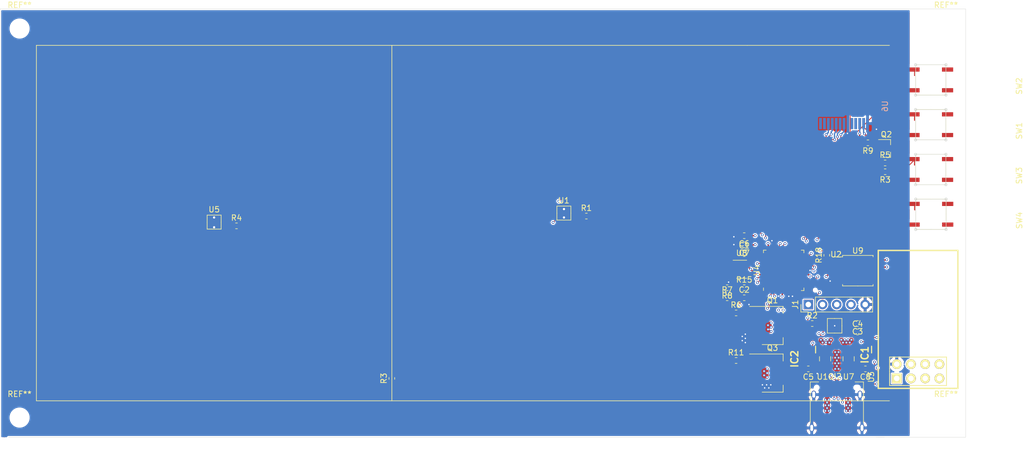
<source format=kicad_pcb>
(kicad_pcb (version 20171130) (host pcbnew "(5.1.2)-2")
  (layers (0 F.Cu signal) (1 In1.Cu signal) (2 In2.Cu signal) (31 B.Cu signal) (34 B.Paste user) (35 F.Paste user hide) (36 B.SilkS user hide) (37 F.SilkS user) (38 B.Mask user) (39 F.Mask user hide) (44 Edge.Cuts user hide))
  (net 0 "")
  (net 1 "Net-(C1-Pad2)")
  (net 2 GND)
  (net 3 VBUS)
  (net 4 +3V3)
  (net 5 SWD)
  (net 6 SWC)
  (net 7 RST)
  (net 8 CC1)
  (net 9 D+)
  (net 10 D-)
  (net 11 "Net-(J2-PadA8)")
  (net 12 "Net-(J2-PadB8)")
  (net 13 CC2)
  (net 14 "Net-(Q1-Pad1)")
  (net 15 ZONEA)
  (net 16 "Net-(Q3-Pad1)")
  (net 17 ZONEB)
  (net 18 "Net-(R1-Pad1)")
  (net 19 "Net-(R3-Pad1)")
  (net 20 "Net-(R4-Pad1)")
  (net 21 HEATER0)
  (net 22 "Net-(R15-Pad2)")
  (net 23 SDA)
  (net 24 SCL)
  (net 25 FLCS)
  (net 26 "Net-(U1-Pad3)")
  (net 27 "Net-(U4-Pad4)")
  (net 28 "Net-(U4-Pad7)")
  (net 29 "Net-(U4-Pad8)")
  (net 30 FLMOSI)
  (net 31 FLCK)
  (net 32 FLMISO)
  (net 33 "Net-(U4-Pad25)")
  (net 34 "Net-(U4-Pad26)")
  (net 35 "Net-(U4-Pad27)")
  (net 36 "Net-(U4-Pad28)")
  (net 37 "Net-(U4-Pad29)")
  (net 38 "Net-(U4-Pad30)")
  (net 39 "Net-(U4-Pad37)")
  (net 40 "Net-(U4-Pad38)")
  (net 41 "Net-(U4-Pad39)")
  (net 42 "Net-(U4-Pad41)")
  (net 43 "Net-(U4-Pad47)")
  (net 44 "Net-(U4-Pad48)")
  (net 45 "Net-(U5-Pad3)")
  (net 46 "Net-(U8-Pad2)")
  (net 47 "Net-(U8-Pad4)")
  (net 48 "Net-(C3-Pad2)")
  (net 49 "Net-(R2-Pad2)")
  (net 50 "Net-(U2-Pad1)")
  (net 51 PD_EN_SINK)
  (net 52 "Net-(U2-Pad12)")
  (net 53 PD_ALERT)
  (net 54 "Net-(U2-Pad16)")
  (net 55 "Net-(U2-Pad6)")
  (net 56 "Net-(U2-Pad5)")
  (net 57 "Net-(U2-Pad9)")
  (net 58 HEATER1)
  (net 59 WIFI_TX)
  (net 60 WIFI_G2)
  (net 61 WIFI_RST)
  (net 62 WIFI_G0)
  (net 63 WIFI_RX)
  (net 64 A_SENSE)
  (net 65 B_SENSE)
  (net 66 VBUS_SENSE)
  (net 67 KEYA)
  (net 68 KEYB)
  (net 69 KEYC)
  (net 70 KEYD)
  (net 71 DISP_SCK)
  (net 72 DISP_MOSI)
  (net 73 DISP_BACKLIGHT)
  (net 74 DISP_DC)
  (net 75 DISP_RST)
  (net 76 DISP_CS)
  (net 77 "Net-(IC1-Pad3)")
  (net 78 "Net-(IC1-Pad2)")
  (net 79 "Net-(IC2-Pad2)")
  (net 80 "Net-(IC2-Pad3)")
  (net 81 "Net-(Q2-Pad1)")
  (net 82 "Net-(Q2-Pad3)")
  (net 83 "Net-(R9-Pad2)")
  (module MountingHole:MountingHole_3.2mm_M3 (layer F.Cu) (at 162.5 27)
    (fp_text reference REF** (at 0 -4.2) (layer F.SilkS))
    (fp_text value MountingHole_3.2mm_M3)
    (pad 1 np_thru_hole circle (at 0 0) (size 3.2 3.2) (drill 3.2) (layers *.Cu *.Mask))
  )
  (module MountingHole:MountingHole_3.2mm_M3 (layer F.Cu) (at -3 96.5)
    (fp_text reference REF** (at 0 -4.2) (layer F.SilkS))
    (fp_text value MountingHole_3.2mm_M3)
    (pad 1 np_thru_hole circle (at 0 0) (size 3.2 3.2) (drill 3.2) (layers *.Cu *.Mask))
  )
  (module MountingHole:MountingHole_3.2mm_M3 (layer F.Cu) (at -3 27)
    (fp_text reference REF** (at 0 -4.2) (layer F.SilkS))
    (fp_text value MountingHole_3.2mm_M3)
    (pad 1 np_thru_hole circle (at 0 0) (size 3.2 3.2) (drill 3.2) (layers *.Cu *.Mask))
  )
  (module MountingHole:MountingHole_3.2mm_M3 (layer F.Cu) (at 162.5 96.5)
    (fp_text reference REF** (at 0 -4.2) (layer F.SilkS))
    (fp_text value MountingHole_3.2mm_M3)
    (pad 1 np_thru_hole circle (at 0 0) (size 3.2 3.2) (drill 3.2) (layers *.Cu *.Mask))
  )
  (module Capacitor_SMD:C_0603_1608Metric (layer F.Cu) (at 126.45 67.2)
    (fp_text reference C1 (at 0 -1.43) (layer F.SilkS))
    (fp_text value 1uF)
    (pad 2 smd roundrect (at 0.7875 0) (size 0.875 0.95) (layers F.Cu F.Paste F.Mask) (net 1 "Net-(C1-Pad2)"))
    (pad 1 smd roundrect (at -0.7875 0) (size 0.875 0.95) (layers F.Cu F.Paste F.Mask) (net 2 GND))
  )
  (module Capacitor_SMD:C_0603_1608Metric (layer F.Cu) (at 126.45 75.1)
    (fp_text reference C2 (at 0 -1.43) (layer F.SilkS))
    (fp_text value 1uf)
    (pad 1 smd roundrect (at -0.7875 0) (size 0.875 0.95) (layers F.Cu F.Paste F.Mask) (net 3 VBUS))
    (pad 2 smd roundrect (at 0.7875 0) (size 0.875 0.95) (layers F.Cu F.Paste F.Mask) (net 2 GND))
  )
  (module Capacitor_SMD:C_0603_1608Metric (layer F.Cu) (at 126.45 64 180)
    (fp_text reference C6 (at 0 -1.43) (layer F.SilkS))
    (fp_text value 1uf)
    (pad 2 smd roundrect (at 0.7875 0 180) (size 0.875 0.95) (layers F.Cu F.Paste F.Mask) (net 2 GND))
    (pad 1 smd roundrect (at -0.7875 0 180) (size 0.875 0.95) (layers F.Cu F.Paste F.Mask) (net 4 +3V3))
  )
  (module Capacitor_SMD:C_0603_1608Metric (layer F.Cu) (at 126.45 65.65 180)
    (fp_text reference C7 (at 0 -1.43) (layer F.SilkS))
    (fp_text value 1uf)
    (pad 1 smd roundrect (at -0.7875 0 180) (size 0.875 0.95) (layers F.Cu F.Paste F.Mask) (net 4 +3V3))
    (pad 2 smd roundrect (at 0.7875 0 180) (size 0.875 0.95) (layers F.Cu F.Paste F.Mask) (net 2 GND))
  )
  (module Connector_PinHeader_2.54mm:PinHeader_1x05_P2.54mm_Vertical (layer F.Cu) (at 137.9 76.3 90)
    (fp_text reference J1 (at 0 -2.33 90) (layer F.SilkS))
    (fp_text value Conn_01x05_Male)
    (pad 1 thru_hole rect (at 0 0 90) (size 1.7 1.7) (drill 1) (layers *.Cu *.Mask) (net 4 +3V3))
    (pad 2 thru_hole oval (at 0 2.54 90) (size 1.7 1.7) (drill 1) (layers *.Cu *.Mask) (net 5 SWD))
    (pad 3 thru_hole oval (at 0 5.08 90) (size 1.7 1.7) (drill 1) (layers *.Cu *.Mask) (net 6 SWC))
    (pad 4 thru_hole oval (at 0 7.62 90) (size 1.7 1.7) (drill 1) (layers *.Cu *.Mask) (net 7 RST))
    (pad 5 thru_hole oval (at 0 10.16 90) (size 1.7 1.7) (drill 1) (layers *.Cu *.Mask) (net 2 GND))
  )
  (module Package_TO_SOT_SMD:SOT-223 (layer F.Cu) (at 131.5 80.05)
    (fp_text reference Q1 (at 0 -4.5) (layer F.SilkS))
    (fp_text value Q_NMOS_GDS)
    (pad 1 smd rect (at -3.15 -2.3) (size 2 1.5) (layers F.Cu F.Paste F.Mask) (net 14 "Net-(Q1-Pad1)"))
    (pad 3 smd rect (at -3.15 2.3) (size 2 1.5) (layers F.Cu F.Paste F.Mask) (net 2 GND))
    (pad 2 smd rect (at -3.15 0) (size 2 1.5) (layers F.Cu F.Paste F.Mask) (net 15 ZONEA))
    (pad 4 smd rect (at 3.15 0) (size 2 3.8) (layers F.Cu F.Paste F.Mask))
  )
  (module Package_TO_SOT_SMD:SOT-223 (layer F.Cu) (at 131.5 88.55)
    (fp_text reference Q3 (at 0 -4.5) (layer F.SilkS))
    (fp_text value Q_NMOS_GDS)
    (pad 1 smd rect (at -3.15 -2.3) (size 2 1.5) (layers F.Cu F.Paste F.Mask) (net 16 "Net-(Q3-Pad1)"))
    (pad 3 smd rect (at -3.15 2.3) (size 2 1.5) (layers F.Cu F.Paste F.Mask) (net 2 GND))
    (pad 2 smd rect (at -3.15 0) (size 2 1.5) (layers F.Cu F.Paste F.Mask) (net 17 ZONEB))
    (pad 4 smd rect (at 3.15 0) (size 2 3.8) (layers F.Cu F.Paste F.Mask))
  )
  (module Resistor_SMD:R_0603_1608Metric (layer F.Cu) (at 98.25 60.5)
    (fp_text reference R1 (at 0 -1.43) (layer F.SilkS))
    (fp_text value 1k)
    (pad 1 smd roundrect (at -0.7875 0) (size 0.875 0.95) (layers F.Cu F.Paste F.Mask) (net 18 "Net-(R1-Pad1)"))
    (pad 2 smd roundrect (at 0.7875 0) (size 0.875 0.95) (layers F.Cu F.Paste F.Mask) (net 4 +3V3))
  )
  (module Resistor_SMD:R_0603_1608Metric (layer F.Cu) (at 63.5 89.5 90)
    (fp_text reference R3 (at 0 -1.43 90) (layer F.SilkS))
    (fp_text value 1k)
    (pad 1 smd roundrect (at -0.7875 0 90) (size 0.875 0.95) (layers F.Cu F.Paste F.Mask) (net 19 "Net-(R3-Pad1)"))
    (pad 2 smd roundrect (at 0.7875 0 90) (size 0.875 0.95) (layers F.Cu F.Paste F.Mask) (net 4 +3V3))
  )
  (module Resistor_SMD:R_0603_1608Metric (layer F.Cu) (at 35.75 62.25)
    (fp_text reference R4 (at 0 -1.43) (layer F.SilkS))
    (fp_text value 1k)
    (pad 1 smd roundrect (at -0.7875 0) (size 0.875 0.95) (layers F.Cu F.Paste F.Mask) (net 20 "Net-(R4-Pad1)"))
    (pad 2 smd roundrect (at 0.7875 0) (size 0.875 0.95) (layers F.Cu F.Paste F.Mask) (net 4 +3V3))
  )
  (module Resistor_SMD:R_0603_1608Metric (layer F.Cu) (at 125 77.8)
    (fp_text reference R6 (at 0 -1.43) (layer F.SilkS))
    (fp_text value 1k)
    (pad 1 smd roundrect (at -0.7875 0) (size 0.875 0.95) (layers F.Cu F.Paste F.Mask) (net 21 HEATER0))
    (pad 2 smd roundrect (at 0.7875 0) (size 0.875 0.95) (layers F.Cu F.Paste F.Mask) (net 14 "Net-(Q1-Pad1)"))
  )
  (module Resistor_SMD:R_0603_1608Metric (layer F.Cu) (at 125 86.3)
    (fp_text reference R11 (at 0 -1.43) (layer F.SilkS))
    (fp_text value 1k)
    (pad 2 smd roundrect (at 0.7875 0) (size 0.875 0.95) (layers F.Cu F.Paste F.Mask) (net 16 "Net-(Q3-Pad1)"))
    (pad 1 smd roundrect (at -0.7875 0) (size 0.875 0.95) (layers F.Cu F.Paste F.Mask) (net 58 HEATER1))
  )
  (module Resistor_SMD:R_0603_1608Metric (layer F.Cu) (at 126.45 73.3)
    (fp_text reference R15 (at 0 -1.43) (layer F.SilkS))
    (fp_text value 10k)
    (pad 2 smd roundrect (at 0.7875 0) (size 0.875 0.95) (layers F.Cu F.Paste F.Mask) (net 22 "Net-(R15-Pad2)"))
    (pad 1 smd roundrect (at -0.7875 0) (size 0.875 0.95) (layers F.Cu F.Paste F.Mask) (net 3 VBUS))
  )
  (module Resistor_SMD:R_0603_1608Metric (layer F.Cu) (at 141.2 67.5 90)
    (fp_text reference R18 (at 0 -1.43 90) (layer F.SilkS))
    (fp_text value 10k)
    (pad 2 smd roundrect (at 0.7875 0 90) (size 0.875 0.95) (layers F.Cu F.Paste F.Mask) (net 4 +3V3))
    (pad 1 smd roundrect (at -0.7875 0 90) (size 0.875 0.95) (layers F.Cu F.Paste F.Mask) (net 25 FLCS))
  )
  (module Package_TO_SOT_SMD:SOT-23-5 (layer F.Cu) (at 126 70)
    (fp_text reference U8 (at 0 -2.9) (layer F.SilkS))
    (fp_text value AP2112K-3.3)
    (pad 1 smd rect (at -1.1 -0.95) (size 1.06 0.65) (layers F.Cu F.Paste F.Mask) (net 3 VBUS))
    (pad 2 smd rect (at -1.1 0) (size 1.06 0.65) (layers F.Cu F.Paste F.Mask) (net 46 "Net-(U8-Pad2)"))
    (pad 3 smd rect (at -1.1 0.95) (size 1.06 0.65) (layers F.Cu F.Paste F.Mask) (net 22 "Net-(R15-Pad2)"))
    (pad 4 smd rect (at 1.1 0.95) (size 1.06 0.65) (layers F.Cu F.Paste F.Mask) (net 47 "Net-(U8-Pad4)"))
    (pad 5 smd rect (at 1.1 -0.95) (size 1.06 0.65) (layers F.Cu F.Paste F.Mask) (net 4 +3V3))
  )
  (module Package_SO:SOIC-8_5.23x5.23mm_P1.27mm (layer F.Cu) (at 146.75 70.25)
    (fp_text reference U9 (at 0 -3.56) (layer F.SilkS))
    (fp_text value W25Q32JVSS)
    (pad 1 smd roundrect (at -3.6 -1.905) (size 1.6 0.6) (layers F.Cu F.Paste F.Mask) (net 25 FLCS))
    (pad 2 smd roundrect (at -3.6 -0.635) (size 1.6 0.6) (layers F.Cu F.Paste F.Mask) (net 32 FLMISO))
    (pad 3 smd roundrect (at -3.6 0.635) (size 1.6 0.6) (layers F.Cu F.Paste F.Mask) (net 4 +3V3))
    (pad 4 smd roundrect (at -3.6 1.905) (size 1.6 0.6) (layers F.Cu F.Paste F.Mask) (net 2 GND))
    (pad 5 smd roundrect (at 3.6 1.905) (size 1.6 0.6) (layers F.Cu F.Paste F.Mask) (net 30 FLMOSI))
    (pad 6 smd roundrect (at 3.6 0.635) (size 1.6 0.6) (layers F.Cu F.Paste F.Mask) (net 31 FLCK))
    (pad 7 smd roundrect (at 3.6 -0.635) (size 1.6 0.6) (layers F.Cu F.Paste F.Mask) (net 4 +3V3))
    (pad 8 smd roundrect (at 3.6 -1.905) (size 1.6 0.6) (layers F.Cu F.Paste F.Mask) (net 4 +3V3))
  )
  (module Package_DFN_QFN:QFN-48-1EP_7x7mm_P0.5mm_EP5.3x5.3mm (layer F.Cu) (at 133.5 70.2 90)
    (fp_text reference U4 (at 0 -4.8 90) (layer F.SilkS))
    (fp_text value ATSAMD21G18A-AUT)
    (pad 49 smd roundrect (at 0 0 90) (size 5.3 5.3) (layers F.Cu F.Mask) (roundrect_rratio 0.047))
    (pad 1 smd roundrect (at -3.45 -2.75 90) (size 0.8 0.25) (layers F.Cu F.Paste F.Mask) (net 66 VBUS_SENSE))
    (pad 2 smd roundrect (at -3.45 -2.25 90) (size 0.8 0.25) (layers F.Cu F.Paste F.Mask) (net 65 B_SENSE))
    (pad 3 smd roundrect (at -3.45 -1.75 90) (size 0.8 0.25) (layers F.Cu F.Paste F.Mask) (net 64 A_SENSE))
    (pad 4 smd roundrect (at -3.45 -1.25 90) (size 0.8 0.25) (layers F.Cu F.Paste F.Mask) (net 27 "Net-(U4-Pad4)"))
    (pad 5 smd roundrect (at -3.45 -0.75 90) (size 0.8 0.25) (layers F.Cu F.Paste F.Mask) (net 2 GND))
    (pad 6 smd roundrect (at -3.45 -0.25 90) (size 0.8 0.25) (layers F.Cu F.Paste F.Mask) (net 4 +3V3))
    (pad 7 smd roundrect (at -3.45 0.25 90) (size 0.8 0.25) (layers F.Cu F.Paste F.Mask) (net 28 "Net-(U4-Pad7)"))
    (pad 8 smd roundrect (at -3.45 0.75 90) (size 0.8 0.25) (layers F.Cu F.Paste F.Mask) (net 29 "Net-(U4-Pad8)"))
    (pad 9 smd roundrect (at -3.45 1.25 90) (size 0.8 0.25) (layers F.Cu F.Paste F.Mask) (net 61 WIFI_RST))
    (pad 10 smd roundrect (at -3.45 1.75 90) (size 0.8 0.25) (layers F.Cu F.Paste F.Mask) (net 60 WIFI_G2))
    (pad 11 smd roundrect (at -3.45 2.25 90) (size 0.8 0.25) (layers F.Cu F.Paste F.Mask) (net 21 HEATER0))
    (pad 12 smd roundrect (at -3.45 2.75 90) (size 0.8 0.25) (layers F.Cu F.Paste F.Mask) (net 58 HEATER1))
    (pad 13 smd roundrect (at -2.75 3.45 90) (size 0.25 0.8) (layers F.Cu F.Paste F.Mask) (net 30 FLMOSI))
    (pad 14 smd roundrect (at -2.25 3.45 90) (size 0.25 0.8) (layers F.Cu F.Paste F.Mask) (net 31 FLCK))
    (pad 15 smd roundrect (at -1.75 3.45 90) (size 0.25 0.8) (layers F.Cu F.Paste F.Mask) (net 59 WIFI_TX))
    (pad 16 smd roundrect (at -1.25 3.45 90) (size 0.25 0.8) (layers F.Cu F.Paste F.Mask) (net 63 WIFI_RX))
    (pad 17 smd roundrect (at -0.75 3.45 90) (size 0.25 0.8) (layers F.Cu F.Paste F.Mask) (net 4 +3V3))
    (pad 18 smd roundrect (at -0.25 3.45 90) (size 0.25 0.8) (layers F.Cu F.Paste F.Mask) (net 2 GND))
    (pad 19 smd roundrect (at 0.25 3.45 90) (size 0.25 0.8) (layers F.Cu F.Paste F.Mask) (net 71 DISP_SCK))
    (pad 20 smd roundrect (at 0.75 3.45 90) (size 0.25 0.8) (layers F.Cu F.Paste F.Mask) (net 72 DISP_MOSI))
    (pad 21 smd roundrect (at 1.25 3.45 90) (size 0.25 0.8) (layers F.Cu F.Paste F.Mask) (net 62 WIFI_G0))
    (pad 22 smd roundrect (at 1.75 3.45 90) (size 0.25 0.8) (layers F.Cu F.Paste F.Mask) (net 25 FLCS))
    (pad 23 smd roundrect (at 2.25 3.45 90) (size 0.25 0.8) (layers F.Cu F.Paste F.Mask) (net 32 FLMISO))
    (pad 24 smd roundrect (at 2.75 3.45 90) (size 0.25 0.8) (layers F.Cu F.Paste F.Mask) (net 73 DISP_BACKLIGHT))
    (pad 25 smd roundrect (at 3.45 2.75 90) (size 0.8 0.25) (layers F.Cu F.Paste F.Mask) (net 33 "Net-(U4-Pad25)"))
    (pad 26 smd roundrect (at 3.45 2.25 90) (size 0.8 0.25) (layers F.Cu F.Paste F.Mask) (net 34 "Net-(U4-Pad26)"))
    (pad 27 smd roundrect (at 3.45 1.75 90) (size 0.8 0.25) (layers F.Cu F.Paste F.Mask) (net 35 "Net-(U4-Pad27)"))
    (pad 28 smd roundrect (at 3.45 1.25 90) (size 0.8 0.25) (layers F.Cu F.Paste F.Mask) (net 36 "Net-(U4-Pad28)"))
    (pad 29 smd roundrect (at 3.45 0.75 90) (size 0.8 0.25) (layers F.Cu F.Paste F.Mask) (net 37 "Net-(U4-Pad29)"))
    (pad 30 smd roundrect (at 3.45 0.25 90) (size 0.8 0.25) (layers F.Cu F.Paste F.Mask) (net 38 "Net-(U4-Pad30)"))
    (pad 31 smd roundrect (at 3.45 -0.25 90) (size 0.8 0.25) (layers F.Cu F.Paste F.Mask) (net 23 SDA))
    (pad 32 smd roundrect (at 3.45 -0.75 90) (size 0.8 0.25) (layers F.Cu F.Paste F.Mask) (net 24 SCL))
    (pad 33 smd roundrect (at 3.45 -1.25 90) (size 0.8 0.25) (layers F.Cu F.Paste F.Mask) (net 10 D-))
    (pad 34 smd roundrect (at 3.45 -1.75 90) (size 0.8 0.25) (layers F.Cu F.Paste F.Mask) (net 9 D+))
    (pad 35 smd roundrect (at 3.45 -2.25 90) (size 0.8 0.25) (layers F.Cu F.Paste F.Mask) (net 2 GND))
    (pad 36 smd roundrect (at 3.45 -2.75 90) (size 0.8 0.25) (layers F.Cu F.Paste F.Mask) (net 4 +3V3))
    (pad 37 smd roundrect (at 2.75 -3.45 90) (size 0.25 0.8) (layers F.Cu F.Paste F.Mask) (net 39 "Net-(U4-Pad37)"))
    (pad 38 smd roundrect (at 2.25 -3.45 90) (size 0.25 0.8) (layers F.Cu F.Paste F.Mask) (net 40 "Net-(U4-Pad38)"))
    (pad 39 smd roundrect (at 1.75 -3.45 90) (size 0.25 0.8) (layers F.Cu F.Paste F.Mask) (net 41 "Net-(U4-Pad39)"))
    (pad 40 smd roundrect (at 1.25 -3.45 90) (size 0.25 0.8) (layers F.Cu F.Paste F.Mask) (net 7 RST))
    (pad 41 smd roundrect (at 0.75 -3.45 90) (size 0.25 0.8) (layers F.Cu F.Paste F.Mask) (net 42 "Net-(U4-Pad41)"))
    (pad 42 smd roundrect (at 0.25 -3.45 90) (size 0.25 0.8) (layers F.Cu F.Paste F.Mask) (net 2 GND))
    (pad 43 smd roundrect (at -0.25 -3.45 90) (size 0.25 0.8) (layers F.Cu F.Paste F.Mask) (net 1 "Net-(C1-Pad2)"))
    (pad 44 smd roundrect (at -0.75 -3.45 90) (size 0.25 0.8) (layers F.Cu F.Paste F.Mask) (net 4 +3V3))
    (pad 45 smd roundrect (at -1.25 -3.45 90) (size 0.25 0.8) (layers F.Cu F.Paste F.Mask) (net 5 SWD))
    (pad 46 smd roundrect (at -1.75 -3.45 90) (size 0.25 0.8) (layers F.Cu F.Paste F.Mask) (net 6 SWC))
    (pad 47 smd roundrect (at -2.25 -3.45 90) (size 0.25 0.8) (layers F.Cu F.Paste F.Mask) (net 43 "Net-(U4-Pad47)"))
    (pad 48 smd roundrect (at -2.75 -3.45 90) (size 0.25 0.8) (layers F.Cu F.Paste F.Mask) (net 44 "Net-(U4-Pad48)"))
  )
  (module Capacitor_SMD:C_0603_1608Metric (layer F.Cu) (at 146.7 79.7 180)
    (fp_text reference C3 (at 0 -1.43) (layer F.SilkS))
    (fp_text value 2.2u)
    (pad 2 smd roundrect (at 0.7875 0 180) (size 0.875 0.95) (layers F.Cu F.Paste F.Mask) (net 48 "Net-(C3-Pad2)"))
    (pad 1 smd roundrect (at -0.7875 0 180) (size 0.875 0.95) (layers F.Cu F.Paste F.Mask) (net 2 GND))
  )
  (module Resistor_SMD:R_0603_1608Metric (layer F.Cu) (at 138.6 79.7)
    (fp_text reference R2 (at 0 -1.43) (layer F.SilkS))
    (fp_text value 10k)
    (pad 1 smd roundrect (at -0.7875 0) (size 0.875 0.95) (layers F.Cu F.Paste F.Mask) (net 4 +3V3))
    (pad 2 smd roundrect (at 0.7875 0) (size 0.875 0.95) (layers F.Cu F.Paste F.Mask) (net 49 "Net-(R2-Pad2)"))
  )
  (module HX2QFN16:HX2QFN16 (layer F.Cu) (at 142.6 80.1 180)
    (fp_text reference U2 (at -0.25 12.75) (layer F.SilkS))
    (fp_text value PTN5110)
    (pad 1 smd rect (at -1.3 -0.8) (size 0.75 0.25) (layers F.Cu F.Paste F.Mask) (net 50 "Net-(U2-Pad1)"))
    (pad 2 smd rect (at -1.3 -0.4) (size 0.75 0.25) (layers F.Cu F.Paste F.Mask) (net 51 PD_EN_SINK))
    (pad 3 smd rect (at -1.3 0) (size 0.75 0.25) (layers F.Cu F.Paste F.Mask) (net 4 +3V3))
    (pad 4 smd rect (at -1.3 0.4) (size 0.75 0.25) (layers F.Cu F.Paste F.Mask) (net 48 "Net-(C3-Pad2)"))
    (pad 13 smd rect (at 1.3 -0.8) (size 0.75 0.25) (layers F.Cu F.Paste F.Mask) (net 8 CC1))
    (pad 11 smd rect (at 1.3 0) (size 0.75 0.25) (layers F.Cu F.Paste F.Mask) (net 49 "Net-(R2-Pad2)"))
    (pad 12 smd rect (at 1.3 -0.4) (size 0.75 0.25) (layers F.Cu F.Paste F.Mask) (net 52 "Net-(U2-Pad12)"))
    (pad 10 smd rect (at 1.3 0.4) (size 0.75 0.25) (layers F.Cu F.Paste F.Mask) (net 53 PD_ALERT))
    (pad 16 smd rect (at -0.4 -1.3 270) (size 0.75 0.25) (layers F.Cu F.Paste F.Mask) (net 54 "Net-(U2-Pad16)"))
    (pad 6 smd rect (at -0.4 1.3 270) (size 0.75 0.25) (layers F.Cu F.Paste F.Mask) (net 55 "Net-(U2-Pad6)"))
    (pad 15 smd rect (at 0 -1.3 270) (size 0.75 0.25) (layers F.Cu F.Paste F.Mask) (net 3 VBUS))
    (pad 14 smd rect (at 0.4 -1.3 270) (size 0.75 0.25) (layers F.Cu F.Paste F.Mask) (net 13 CC2))
    (pad 7 smd rect (at 0 1.3 270) (size 0.75 0.25) (layers F.Cu F.Paste F.Mask) (net 24 SCL))
    (pad 8 smd rect (at 0.4 1.3 270) (size 0.75 0.25) (layers F.Cu F.Paste F.Mask) (net 23 SDA))
    (pad 5 smd rect (at -1.3 0.8) (size 0.75 0.25) (layers F.Cu F.Paste F.Mask) (net 56 "Net-(U2-Pad5)"))
    (pad 9 smd rect (at 1.3 0.8) (size 0.75 0.25) (layers F.Cu F.Paste F.Mask) (net 57 "Net-(U2-Pad9)"))
    (pad 17 smd rect (at 0 0 180) (size 1 1) (layers F.Cu F.Paste F.Mask) (net 2 GND))
  )
  (module ESP8266:ESP-01 (layer F.Cu) (at 153.7 89.5 90)
    (fp_text reference U3 (at 0.254 -4.572 90) (layer F.SilkS))
    (fp_text value ESP-01v090)
    (pad 1 thru_hole rect (at 0 0 90) (size 1.7272 1.7272) (drill 1.016) (layers *.Cu *.Mask F.SilkS) (net 59 WIFI_TX))
    (pad 2 thru_hole oval (at 2.54 0 90) (size 1.7272 1.7272) (drill 1.016) (layers *.Cu *.Mask F.SilkS) (net 2 GND))
    (pad 3 thru_hole oval (at 0 2.54 90) (size 1.7272 1.7272) (drill 1.016) (layers *.Cu *.Mask F.SilkS) (net 4 +3V3))
    (pad 4 thru_hole oval (at 2.54 2.54 90) (size 1.7272 1.7272) (drill 1.016) (layers *.Cu *.Mask F.SilkS) (net 60 WIFI_G2))
    (pad 5 thru_hole oval (at 0 5.08 90) (size 1.7272 1.7272) (drill 1.016) (layers *.Cu *.Mask F.SilkS) (net 61 WIFI_RST))
    (pad 6 thru_hole oval (at 2.54 5.08 90) (size 1.7272 1.7272) (drill 1.016) (layers *.Cu *.Mask F.SilkS) (net 62 WIFI_G0))
    (pad 7 thru_hole oval (at 0 7.62 90) (size 1.7272 1.7272) (drill 1.016) (layers *.Cu *.Mask F.SilkS) (net 4 +3V3))
    (pad 8 thru_hole oval (at 2.54 7.62 90) (size 1.7272 1.7272) (drill 1.016) (layers *.Cu *.Mask F.SilkS) (net 63 WIFI_RX))
  )
  (module temp-ref:SOT65P210X110-6N (layer F.Cu) (at 148 85.3 270)
    (fp_text reference IC1 (at 0 0 90) (layer F.SilkS) (effects (font (size 1.27 1.27) (thickness 0.254))))
    (fp_text value INA211AIDCKT hide)
    (pad 6 smd rect (at 0.95 -0.65) (size 0.4 1.2) (layers F.Cu F.Paste F.Mask) (net 2 GND))
    (pad 5 smd rect (at 0.95 0) (size 0.4 1.2) (layers F.Cu F.Paste F.Mask) (net 2 GND))
    (pad 4 smd rect (at 0.95 0.65) (size 0.4 1.2) (layers F.Cu F.Paste F.Mask) (net 4 +3V3))
    (pad 3 smd rect (at -0.95 0.65) (size 0.4 1.2) (layers F.Cu F.Paste F.Mask) (net 77 "Net-(IC1-Pad3)"))
    (pad 2 smd rect (at -0.95 0) (size 0.4 1.2) (layers F.Cu F.Paste F.Mask) (net 78 "Net-(IC1-Pad2)"))
    (pad 1 smd rect (at -0.95 -0.65) (size 0.4 1.2) (layers F.Cu F.Paste F.Mask) (net 64 A_SENSE))
  )
  (module temp-ref:SOT65P210X110-6N (layer F.Cu) (at 138 85.3 270)
    (fp_text reference IC2 (at 0.724999 2.549999 90) (layer F.SilkS) (effects (font (size 1.27 1.27) (thickness 0.254))))
    (fp_text value INA211AIDCKT hide)
    (pad 1 smd rect (at -0.95 -0.65) (size 0.4 1.2) (layers F.Cu F.Paste F.Mask) (net 65 B_SENSE))
    (pad 2 smd rect (at -0.95 0) (size 0.4 1.2) (layers F.Cu F.Paste F.Mask) (net 79 "Net-(IC2-Pad2)"))
    (pad 3 smd rect (at -0.95 0.65) (size 0.4 1.2) (layers F.Cu F.Paste F.Mask) (net 80 "Net-(IC2-Pad3)"))
    (pad 4 smd rect (at 0.95 0.65) (size 0.4 1.2) (layers F.Cu F.Paste F.Mask) (net 4 +3V3))
    (pad 5 smd rect (at 0.95 0) (size 0.4 1.2) (layers F.Cu F.Paste F.Mask) (net 2 GND))
    (pad 6 smd rect (at 0.95 -0.65) (size 0.4 1.2) (layers F.Cu F.Paste F.Mask) (net 2 GND))
  )
  (module temp-ref:sts (layer F.Cu) (at 94.23 59.97)
    (fp_text reference U1 (at 0 -2.25) (layer F.SilkS))
    (fp_text value STS-30-DIS)
    (pad 5 smd rect (at 1.275 0.75) (size 0.55 0.25) (layers F.Cu F.Paste F.Mask) (net 4 +3V3))
    (pad 6 smd rect (at 1.275 0.25) (size 0.55 0.25) (layers F.Cu F.Paste F.Mask) (net 18 "Net-(R1-Pad1)"))
    (pad 7 smd rect (at 1.275 -0.25) (size 0.55 0.25) (layers F.Cu F.Paste F.Mask) (net 4 +3V3))
    (pad 8 smd rect (at 1.275 -0.75) (size 0.55 0.25) (layers F.Cu F.Paste F.Mask) (net 2 GND))
    (pad 2 smd rect (at -1.275 -0.25) (size 0.55 0.25) (layers F.Cu F.Paste F.Mask) (net 2 GND))
    (pad 4 smd rect (at -1.275 0.75) (size 0.55 0.25) (layers F.Cu F.Paste F.Mask) (net 24 SCL))
    (pad 1 smd rect (at -1.275 -0.75) (size 0.55 0.25) (layers F.Cu F.Paste F.Mask) (net 23 SDA))
    (pad 3 smd rect (at -1.275 0.25) (size 0.55 0.25) (layers F.Cu F.Paste F.Mask) (net 26 "Net-(U1-Pad3)"))
    (pad 8 smd rect (at 0 0) (size 0.9 1.6) (layers F.Cu F.Paste F.Mask) (net 2 GND))
  )
  (module temp-ref:sts (layer F.Cu) (at 31.76 61.58)
    (fp_text reference U5 (at 0 -2.25) (layer F.SilkS))
    (fp_text value STS-30-DIS)
    (pad 8 smd rect (at 0 0) (size 0.9 1.6) (layers F.Cu F.Paste F.Mask) (net 2 GND))
    (pad 3 smd rect (at -1.275 0.25) (size 0.55 0.25) (layers F.Cu F.Paste F.Mask) (net 45 "Net-(U5-Pad3)"))
    (pad 1 smd rect (at -1.275 -0.75) (size 0.55 0.25) (layers F.Cu F.Paste F.Mask) (net 23 SDA))
    (pad 4 smd rect (at -1.275 0.75) (size 0.55 0.25) (layers F.Cu F.Paste F.Mask) (net 24 SCL))
    (pad 2 smd rect (at -1.275 -0.25) (size 0.55 0.25) (layers F.Cu F.Paste F.Mask) (net 2 GND))
    (pad 8 smd rect (at 1.275 -0.75) (size 0.55 0.25) (layers F.Cu F.Paste F.Mask) (net 2 GND))
    (pad 7 smd rect (at 1.275 -0.25) (size 0.55 0.25) (layers F.Cu F.Paste F.Mask) (net 4 +3V3))
    (pad 6 smd rect (at 1.275 0.25) (size 0.55 0.25) (layers F.Cu F.Paste F.Mask) (net 20 "Net-(R4-Pad1)"))
    (pad 5 smd rect (at 1.275 0.75) (size 0.55 0.25) (layers F.Cu F.Paste F.Mask) (net 4 +3V3))
  )
  (module Capacitor_SMD:C_0603_1608Metric (layer F.Cu) (at 137.9 87.8 180)
    (fp_text reference C5 (at 0 -1.43) (layer F.SilkS))
    (fp_text value 1uf)
    (pad 2 smd roundrect (at 0.7875 0 180) (size 0.875 0.95) (layers F.Cu F.Paste F.Mask) (net 4 +3V3))
    (pad 1 smd roundrect (at -0.7875 0 180) (size 0.875 0.95) (layers F.Cu F.Paste F.Mask) (net 2 GND))
  )
  (module Capacitor_SMD:C_0603_1608Metric (layer F.Cu) (at 148.1 87.8 180)
    (fp_text reference C8 (at 0 -1.43) (layer F.SilkS))
    (fp_text value 1uf)
    (pad 1 smd roundrect (at -0.7875 0 180) (size 0.875 0.95) (layers F.Cu F.Paste F.Mask) (net 2 GND))
    (pad 2 smd roundrect (at 0.7875 0 180) (size 0.875 0.95) (layers F.Cu F.Paste F.Mask) (net 4 +3V3))
  )
  (module Resistor_SMD:R_0603_1608Metric (layer F.Cu) (at 123.4 75.1)
    (fp_text reference R7 (at 0 -1.43) (layer F.SilkS))
    (fp_text value 100k)
    (pad 1 smd roundrect (at -0.7875 0) (size 0.875 0.95) (layers F.Cu F.Paste F.Mask) (net 66 VBUS_SENSE))
    (pad 2 smd roundrect (at 0.7875 0) (size 0.875 0.95) (layers F.Cu F.Paste F.Mask) (net 3 VBUS))
  )
  (module Resistor_SMD:R_0603_1608Metric (layer F.Cu) (at 123.4 73.3 180)
    (fp_text reference R8 (at 0 -1.43) (layer F.SilkS))
    (fp_text value 10k)
    (pad 2 smd roundrect (at 0.7875 0 180) (size 0.875 0.95) (layers F.Cu F.Paste F.Mask) (net 66 VBUS_SENSE))
    (pad 1 smd roundrect (at -0.7875 0 180) (size 0.875 0.95) (layers F.Cu F.Paste F.Mask) (net 2 GND))
  )
  (module Resistor_SMD:R_Shunt_Ohmite_LVK12 (layer F.Cu) (at 145.1 86 180)
    (fp_text reference U7 (at 0 -3.2 180) (layer F.SilkS))
    (fp_text value VK20R010D)
    (pad 4 smd rect (at 0.7 1.375 180) (size 1.1 1.75) (layers F.Cu F.Paste F.Mask) (net 15 ZONEA))
    (pad 3 smd rect (at -0.7 1.375 180) (size 1.1 1.75) (layers F.Cu F.Paste F.Mask) (net 77 "Net-(IC1-Pad3)"))
    (pad 2 smd rect (at 0.7 -1.375 180) (size 1.1 1.75) (layers F.Cu F.Paste F.Mask) (net 3 VBUS))
    (pad 1 smd rect (at -0.7 -1.375 180) (size 1.1 1.75) (layers F.Cu F.Paste F.Mask) (net 78 "Net-(IC1-Pad2)"))
  )
  (module Resistor_SMD:R_Shunt_Ohmite_LVK12 (layer F.Cu) (at 140.9 86 180)
    (fp_text reference U10 (at 0 -3.2 180) (layer F.SilkS))
    (fp_text value VK20R010D)
    (pad 1 smd rect (at -0.7 -1.375 180) (size 1.1 1.75) (layers F.Cu F.Paste F.Mask) (net 3 VBUS))
    (pad 2 smd rect (at 0.7 -1.375 180) (size 1.1 1.75) (layers F.Cu F.Paste F.Mask) (net 79 "Net-(IC2-Pad2)"))
    (pad 3 smd rect (at -0.7 1.375 180) (size 1.1 1.75) (layers F.Cu F.Paste F.Mask) (net 17 ZONEB))
    (pad 4 smd rect (at 0.7 1.375 180) (size 1.1 1.75) (layers F.Cu F.Paste F.Mask) (net 80 "Net-(IC2-Pad3)"))
  )
  (module Capacitor_SMD:C_0603_1608Metric (layer F.Cu) (at 146.7 81.2)
    (fp_text reference C4 (at 0 -1.43) (layer F.SilkS))
    (fp_text value 2,2u)
    (pad 1 smd roundrect (at -0.7875 0) (size 0.875 0.95) (layers F.Cu F.Paste F.Mask) (net 4 +3V3))
    (pad 2 smd roundrect (at 0.7875 0) (size 0.875 0.95) (layers F.Cu F.Paste F.Mask) (net 2 GND))
  )
  (module Connector_USB:USB_C_Receptacle_Amphenol_12401610E4-2A (layer F.Cu) (at 143 95.5)
    (fp_text reference J2 (at 0 -6.36) (layer F.SilkS))
    (fp_text value USB_C_Receptacle_USB2.0)
    (pad S1 thru_hole oval (at -4.13 -3.11) (size 0.8 1.4) (drill oval 0.5 1.1) (layers *.Cu *.Mask) (net 2 GND))
    (pad A1 smd rect (at -2.75 -5.02) (size 0.3 0.7) (layers F.Cu F.Paste F.Mask) (net 2 GND))
    (pad A2 smd rect (at -2.25 -5.02) (size 0.3 0.7) (layers F.Cu F.Paste F.Mask))
    (pad A3 smd rect (at -1.75 -5.02) (size 0.3 0.7) (layers F.Cu F.Paste F.Mask))
    (pad A4 smd rect (at -1.25 -5.02) (size 0.3 0.7) (layers F.Cu F.Paste F.Mask) (net 3 VBUS))
    (pad A5 smd rect (at -0.75 -5.02) (size 0.3 0.7) (layers F.Cu F.Paste F.Mask) (net 8 CC1))
    (pad A6 smd rect (at -0.25 -5.02) (size 0.3 0.7) (layers F.Cu F.Paste F.Mask) (net 9 D+))
    (pad A7 smd rect (at 0.25 -5.02) (size 0.3 0.7) (layers F.Cu F.Paste F.Mask) (net 10 D-))
    (pad A12 smd rect (at 2.75 -5.02) (size 0.3 0.7) (layers F.Cu F.Paste F.Mask) (net 2 GND))
    (pad A10 smd rect (at 1.75 -5.02) (size 0.3 0.7) (layers F.Cu F.Paste F.Mask))
    (pad A9 smd rect (at 1.25 -5.02) (size 0.3 0.7) (layers F.Cu F.Paste F.Mask) (net 3 VBUS))
    (pad A8 smd rect (at 0.75 -5.02) (size 0.3 0.7) (layers F.Cu F.Paste F.Mask) (net 11 "Net-(J2-PadA8)"))
    (pad A11 smd rect (at 2.25 -5.02) (size 0.3 0.7) (layers F.Cu F.Paste F.Mask))
    (pad B1 smd rect (at 2.5 -3.32) (size 0.3 0.7) (layers F.Cu F.Paste F.Mask) (net 2 GND))
    (pad S1 thru_hole oval (at 4.13 -3.11) (size 0.8 1.4) (drill oval 0.5 1.1) (layers *.Cu *.Mask) (net 2 GND))
    (pad S1 thru_hole oval (at 4.49 2.84) (size 0.8 1.4) (drill oval 0.5 1.1) (layers *.Cu *.Mask) (net 2 GND))
    (pad S1 thru_hole oval (at -4.49 2.84) (size 0.8 1.4) (drill oval 0.5 1.1) (layers *.Cu *.Mask) (net 2 GND))
    (pad "" np_thru_hole oval (at 3.6 -4.36) (size 0.95 0.65) (drill oval 0.95 0.65) (layers *.Cu *.Mask))
    (pad "" np_thru_hole circle (at -3.6 -4.36) (size 0.65 0.65) (drill 0.65) (layers *.Cu *.Mask))
    (pad B2 smd rect (at 2 -3.32) (size 0.3 0.7) (layers F.Cu F.Paste F.Mask))
    (pad B3 smd rect (at 1.5 -3.32) (size 0.3 0.7) (layers F.Cu F.Paste F.Mask))
    (pad B4 smd rect (at 1 -3.32) (size 0.3 0.7) (layers F.Cu F.Paste F.Mask) (net 3 VBUS))
    (pad B5 smd rect (at 0.5 -3.32) (size 0.3 0.7) (layers F.Cu F.Paste F.Mask) (net 13 CC2))
    (pad B6 smd rect (at 0 -3.32) (size 0.3 0.7) (layers F.Cu F.Paste F.Mask) (net 9 D+))
    (pad B7 smd rect (at -0.5 -3.32) (size 0.3 0.7) (layers F.Cu F.Paste F.Mask) (net 10 D-))
    (pad B8 smd rect (at -1 -3.32) (size 0.3 0.7) (layers F.Cu F.Paste F.Mask) (net 12 "Net-(J2-PadB8)"))
    (pad B9 smd rect (at -1.5 -3.32) (size 0.3 0.7) (layers F.Cu F.Paste F.Mask) (net 3 VBUS))
    (pad B10 smd rect (at -2 -3.32) (size 0.3 0.7) (layers F.Cu F.Paste F.Mask))
    (pad B11 smd rect (at -2.5 -3.32) (size 0.3 0.7) (layers F.Cu F.Paste F.Mask))
    (pad B12 smd rect (at -3 -3.32) (size 0.3 0.7) (layers F.Cu F.Paste F.Mask) (net 2 GND))
  )
  (module temp-ref:5.2mm_Tact_reverse_mount (layer F.Cu) (at 159.775001 44.175001 90)
    (fp_text reference SW1 (at -1.1 15.8 90) (layer F.SilkS))
    (fp_text value SW_SPST)
    (pad 1 smd rect (at 1.85 -3 90) (size 0.75 2) (layers F.Cu F.Paste F.Mask) (net 67 KEYA))
    (pad 3 smd rect (at -1.85 -3 90) (size 0.75 2) (layers F.Cu F.Paste F.Mask))
    (pad 4 smd rect (at -1.85 3 90) (size 0.75 2) (layers F.Cu F.Paste F.Mask))
    (pad 2 smd rect (at 1.85 3 90) (size 0.75 2) (layers F.Cu F.Paste F.Mask) (net 2 GND))
  )
  (module temp-ref:5.2mm_Tact_reverse_mount (layer F.Cu) (at 159.775001 36.175001 90)
    (fp_text reference SW2 (at -1.1 15.8 90) (layer F.SilkS))
    (fp_text value SW_SPST)
    (pad 2 smd rect (at 1.85 3 90) (size 0.75 2) (layers F.Cu F.Paste F.Mask) (net 2 GND))
    (pad 4 smd rect (at -1.85 3 90) (size 0.75 2) (layers F.Cu F.Paste F.Mask))
    (pad 3 smd rect (at -1.85 -3 90) (size 0.75 2) (layers F.Cu F.Paste F.Mask))
    (pad 1 smd rect (at 1.85 -3 90) (size 0.75 2) (layers F.Cu F.Paste F.Mask) (net 68 KEYB))
  )
  (module temp-ref:5.2mm_Tact_reverse_mount (layer F.Cu) (at 159.775001 52.175001 90)
    (fp_text reference SW3 (at -1.1 15.8 90) (layer F.SilkS))
    (fp_text value SW_SPST)
    (pad 2 smd rect (at 1.85 3 90) (size 0.75 2) (layers F.Cu F.Paste F.Mask) (net 2 GND))
    (pad 4 smd rect (at -1.85 3 90) (size 0.75 2) (layers F.Cu F.Paste F.Mask))
    (pad 3 smd rect (at -1.85 -3 90) (size 0.75 2) (layers F.Cu F.Paste F.Mask))
    (pad 1 smd rect (at 1.85 -3 90) (size 0.75 2) (layers F.Cu F.Paste F.Mask) (net 69 KEYC))
  )
  (module temp-ref:5.2mm_Tact_reverse_mount (layer F.Cu) (at 159.8 60.175001 90)
    (fp_text reference SW4 (at -1.1 15.8 90) (layer F.SilkS))
    (fp_text value SW_SPST)
    (pad 2 smd rect (at 1.85 3 90) (size 0.75 2) (layers F.Cu F.Paste F.Mask) (net 2 GND))
    (pad 4 smd rect (at -1.85 3 90) (size 0.75 2) (layers F.Cu F.Paste F.Mask))
    (pad 3 smd rect (at -1.85 -3 90) (size 0.75 2) (layers F.Cu F.Paste F.Mask))
    (pad 1 smd rect (at 1.85 -3 90) (size 0.75 2) (layers F.Cu F.Paste F.Mask) (net 70 KEYD))
  )
  (module Package_TO_SOT_SMD:SOT-23 (layer F.Cu) (at 151.84 48.42)
    (fp_text reference Q2 (at 0 -2.5) (layer F.SilkS))
    (fp_text value MMBT3904)
    (pad 1 smd rect (at -1 -0.95) (size 0.9 0.8) (layers F.Cu F.Paste F.Mask) (net 81 "Net-(Q2-Pad1)"))
    (pad 2 smd rect (at -1 0.95) (size 0.9 0.8) (layers F.Cu F.Paste F.Mask) (net 2 GND))
    (pad 3 smd rect (at 1 0) (size 0.9 0.8) (layers F.Cu F.Paste F.Mask) (net 82 "Net-(Q2-Pad3)"))
  )
  (module Resistor_SMD:R_0603_1608Metric (layer F.Cu) (at 151.63 52.58 180)
    (fp_text reference R3 (at 0 -1.43) (layer F.SilkS))
    (fp_text value 10k)
    (pad 2 smd roundrect (at 0.7875 0 180) (size 0.875 0.95) (layers F.Cu F.Paste F.Mask) (net 73 DISP_BACKLIGHT))
    (pad 1 smd roundrect (at -0.7875 0 180) (size 0.875 0.95) (layers F.Cu F.Paste F.Mask) (net 4 +3V3))
  )
  (module Resistor_SMD:R_0603_1608Metric (layer F.Cu) (at 151.62 51.01)
    (fp_text reference R5 (at 0 -1.43) (layer F.SilkS))
    (fp_text value 10k)
    (pad 1 smd roundrect (at -0.7875 0) (size 0.875 0.95) (layers F.Cu F.Paste F.Mask) (net 73 DISP_BACKLIGHT))
    (pad 2 smd roundrect (at 0.7875 0) (size 0.875 0.95) (layers F.Cu F.Paste F.Mask) (net 81 "Net-(Q2-Pad1)"))
  )
  (module Resistor_SMD:R_0603_1608Metric (layer F.Cu) (at 148.55 47.41 180)
    (fp_text reference R9 (at 0 -1.43) (layer F.SilkS))
    (fp_text value 33)
    (pad 1 smd roundrect (at -0.7875 0 180) (size 0.875 0.95) (layers F.Cu F.Paste F.Mask) (net 82 "Net-(Q2-Pad3)"))
    (pad 2 smd roundrect (at 0.7875 0 180) (size 0.875 0.95) (layers F.Cu F.Paste F.Mask) (net 83 "Net-(R9-Pad2)"))
  )
  (module temp-ref:TFT-1.14-240-135 (layer B.Cu) (at 135.51 32.68 90)
    (fp_text reference U6 (at -8.2 16.1 270) (layer B.SilkS) (effects (justify mirror)))
    (fp_text value spi-tft-1.14-240x135)
    (pad 13 smd rect (at -11.3 12.97 90) (size 2 0.5) (layers B.Cu B.Paste B.Mask) (net 2 GND))
    (pad 12 smd rect (at -11.3 12.27 90) (size 2 0.5) (layers B.Cu B.Paste B.Mask) (net 4 +3V3))
    (pad 11 smd rect (at -11.3 11.57 90) (size 2 0.5) (layers B.Cu B.Paste B.Mask) (net 83 "Net-(R9-Pad2)"))
    (pad 10 smd rect (at -11.3 10.85 90) (size 2 0.5) (layers B.Cu B.Paste B.Mask) (net 4 +3V3))
    (pad 9 smd rect (at -11.3 10.17 90) (size 2 0.5) (layers B.Cu B.Paste B.Mask))
    (pad 8 smd rect (at -11.3 9.47 90) (size 2 0.5) (layers B.Cu B.Paste B.Mask) (net 2 GND))
    (pad 7 smd rect (at -11.3 8.77 90) (size 2 0.5) (layers B.Cu B.Paste B.Mask) (net 76 DISP_CS))
    (pad 6 smd rect (at -11.3 8.07 90) (size 2 0.5) (layers B.Cu B.Paste B.Mask) (net 75 DISP_RST))
    (pad 5 smd rect (at -11.3 7.37 90) (size 2 0.5) (layers B.Cu B.Paste B.Mask) (net 74 DISP_DC))
    (pad 4 smd rect (at -11.3 6.67 90) (size 2 0.5) (layers B.Cu B.Paste B.Mask) (net 71 DISP_SCK))
    (pad 3 smd rect (at -11.3 5.97 90) (size 2 0.5) (layers B.Cu B.Paste B.Mask) (net 72 DISP_MOSI))
    (pad 2 smd rect (at -11.3 5.27 90) (size 2 0.5) (layers B.Cu B.Paste B.Mask))
    (pad 1 smd rect (at -11.3 4.57 90) (size 2 0.5) (layers B.Cu B.Paste B.Mask))
  )
  (gr_circle (center 162.48 46.89) (end 162.63 46.75) (layer Edge.Cuts) (width 0.1))
  (gr_circle (center 157.06 46.89) (end 157.21 46.75) (layer Edge.Cuts) (width 0.1))
  (gr_circle (center 157.06 41.47) (end 157.21 41.33) (layer Edge.Cuts) (width 0.1))
  (gr_circle (center 162.48 41.47) (end 162.63 41.33) (layer Edge.Cuts) (width 0.1))
  (gr_circle (center 162.485001 33.465001) (end 162.635001 33.325001) (layer Edge.Cuts) (width 0.1))
  (gr_circle (center 157.065001 33.465001) (end 157.215001 33.325001) (layer Edge.Cuts) (width 0.1))
  (gr_circle (center 157.065001 38.885001) (end 157.215001 38.745001) (layer Edge.Cuts) (width 0.1))
  (gr_circle (center 162.485001 38.885001) (end 162.635001 38.745001) (layer Edge.Cuts) (width 0.1))
  (gr_circle (center 162.51 57.47) (end 162.66 57.33) (layer Edge.Cuts) (width 0.1))
  (gr_circle (center 157.09 57.47) (end 157.24 57.33) (layer Edge.Cuts) (width 0.1))
  (gr_circle (center 157.09 62.89) (end 157.24 62.75) (layer Edge.Cuts) (width 0.1))
  (gr_circle (center 162.51 62.89) (end 162.66 62.75) (layer Edge.Cuts) (width 0.1))
  (gr_circle (center 162.48 54.89) (end 162.63 54.75) (layer Edge.Cuts) (width 0.1))
  (gr_circle (center 157.06 54.89) (end 157.21 54.75) (layer Edge.Cuts) (width 0.1))
  (gr_circle (center 157.06 49.47) (end 157.21 49.33) (layer Edge.Cuts) (width 0.1))
  (gr_circle (center 162.48 49.47) (end 162.63 49.33) (layer Edge.Cuts) (width 0.1))
  (gr_line (start 157.09 62.89) (end 157.09 57.47) (layer Edge.Cuts) (width 0.05))
  (gr_line (start 162.51 62.89) (end 157.09 62.89) (layer Edge.Cuts) (width 0.05))
  (gr_line (start 157.09 57.47) (end 162.51 57.47) (layer Edge.Cuts) (width 0.05))
  (gr_line (start 162.51 57.47) (end 162.51 62.89) (layer Edge.Cuts) (width 0.05))
  (gr_line (start 157.09 62.89) (end 157.09 57.47) (layer Edge.Cuts) (width 0.05))
  (gr_line (start 162.51 62.89) (end 157.09 62.89) (layer Edge.Cuts) (width 0.05))
  (gr_line (start 157.09 57.47) (end 162.51 57.47) (layer Edge.Cuts) (width 0.05))
  (gr_line (start 162.51 57.47) (end 162.51 62.89) (layer Edge.Cuts) (width 0.05))
  (gr_line (start 157.06 54.89) (end 157.06 49.47) (layer Edge.Cuts) (width 0.05))
  (gr_line (start 162.48 54.89) (end 157.06 54.89) (layer Edge.Cuts) (width 0.05))
  (gr_line (start 157.06 49.47) (end 162.48 49.47) (layer Edge.Cuts) (width 0.05))
  (gr_line (start 162.48 49.47) (end 162.48 54.89) (layer Edge.Cuts) (width 0.05))
  (gr_line (start 157.06 54.89) (end 157.06 49.47) (layer Edge.Cuts) (width 0.05))
  (gr_line (start 162.48 54.89) (end 157.06 54.89) (layer Edge.Cuts) (width 0.05))
  (gr_line (start 157.06 49.47) (end 162.48 49.47) (layer Edge.Cuts) (width 0.05))
  (gr_line (start 162.48 49.47) (end 162.48 54.89) (layer Edge.Cuts) (width 0.05))
  (gr_line (start 157.06 46.89) (end 157.06 41.47) (layer Edge.Cuts) (width 0.05))
  (gr_line (start 162.48 46.89) (end 157.06 46.89) (layer Edge.Cuts) (width 0.05))
  (gr_line (start 157.06 41.47) (end 162.48 41.47) (layer Edge.Cuts) (width 0.05))
  (gr_line (start 162.48 41.47) (end 162.48 46.89) (layer Edge.Cuts) (width 0.05))
  (gr_line (start 157.06 46.89) (end 157.06 41.47) (layer Edge.Cuts) (width 0.05))
  (gr_line (start 162.48 46.89) (end 157.06 46.89) (layer Edge.Cuts) (width 0.05))
  (gr_line (start 157.06 41.47) (end 162.48 41.47) (layer Edge.Cuts) (width 0.05))
  (gr_line (start 162.48 41.47) (end 162.48 46.89) (layer Edge.Cuts) (width 0.05))
  (gr_line (start 157.065001 33.465001) (end 162.485001 33.465001) (layer Edge.Cuts) (width 0.05))
  (gr_line (start 162.485001 33.465001) (end 162.485001 38.885001) (layer Edge.Cuts) (width 0.05))
  (gr_line (start 157.065001 38.885001) (end 157.065001 33.465001) (layer Edge.Cuts) (width 0.05))
  (gr_line (start 162.485001 38.885001) (end 157.065001 38.885001) (layer Edge.Cuts) (width 0.05))
  (gr_line (start 157.065001 38.885001) (end 157.065001 33.465001) (layer Edge.Cuts) (width 0.05))
  (gr_line (start 162.485001 38.885001) (end 157.065001 38.885001) (layer Edge.Cuts) (width 0.05))
  (gr_line (start 162.485001 33.465001) (end 162.485001 38.885001) (layer Edge.Cuts) (width 0.05))
  (gr_line (start 157.065001 33.465001) (end 162.485001 33.465001) (layer Edge.Cuts) (width 0.05))
  (gr_line (start 127 93.5) (end 152.4 93.5) (layer F.SilkS) (width 0.12))
  (gr_line (start 166 100) (end 150 100) (layer Edge.Cuts) (width 0.05))
  (gr_line (start 166 23.5) (end 166 100) (layer Edge.Cuts) (width 0.05))
  (gr_line (start -5 100) (end 151.5 100) (layer Edge.Cuts) (width 0.05))
  (gr_line (start -6.5 27) (end -6.5 100) (layer Edge.Cuts) (width 0.05))
  (gr_line (start -6.5 23.5) (end 166 23.5) (layer Edge.Cuts) (width 0.05))
  (gr_line (start -6.5 27) (end -6.5 23.5) (layer Edge.Cuts) (width 0.05))
  (gr_line (start 127 30) (end 152.4 30) (layer F.SilkS) (width 0.12))
  (gr_line (start 63.5 93.5) (end 63.5 30) (layer F.SilkS) (width 0.12))
  (gr_line (start 63.5 93.5) (end 127 93.5) (layer F.SilkS) (width 0.12))
  (gr_line (start 0 93.5) (end 63.5 93.5) (layer F.SilkS) (width 0.12))
  (gr_line (start 0 30) (end 0 93.5) (layer F.SilkS) (width 0.12))
  (gr_line (start 0 30) (end 127 30) (layer F.SilkS) (width 0.12))
  (segment (start 156.9 59.38) (end 156.924999 59.404999) (width 0.1524) (layer F.Cu) (net 70))
  (segment (start 156.9 58.18) (end 156.9 59.38) (width 0.1524) (layer F.Cu) (net 70))
  (segment (start 156.87 51.38) (end 156.894999 51.404999) (width 0.1524) (layer F.Cu) (net 69))
  (segment (start 156.87 50.18) (end 156.87 51.38) (width 0.1524) (layer F.Cu) (net 69))
  (segment (start 156.87 43.38) (end 156.894999 43.404999) (width 0.1524) (layer F.Cu) (net 67))
  (segment (start 156.87 42.18) (end 156.87 43.38) (width 0.1524) (layer F.Cu) (net 67))
  (via (at 141.55 93.3) (size 0.508) (drill 0.254) (layers F.Cu B.Cu) (net 3))
  (via (at 140.95 93.3) (size 0.508) (drill 0.254) (layers F.Cu B.Cu) (net 3))
  (via (at 141.25 93.8) (size 0.508) (drill 0.254) (layers F.Cu B.Cu) (net 3))
  (via (at 141.55 94.3) (size 0.508) (drill 0.254) (layers F.Cu B.Cu) (net 3))
  (via (at 140.95 94.3) (size 0.508) (drill 0.254) (layers F.Cu B.Cu) (net 3))
  (via (at 141.55 95.3) (size 0.508) (drill 0.254) (layers F.Cu B.Cu) (net 3))
  (via (at 141.25 94.8) (size 0.508) (drill 0.254) (layers F.Cu B.Cu) (net 3))
  (via (at 140.95 95.3) (size 0.508) (drill 0.254) (layers F.Cu B.Cu) (net 3))
  (via (at 145.3 93.3) (size 0.508) (drill 0.254) (layers F.Cu B.Cu) (net 3))
  (via (at 144.7 93.3) (size 0.508) (drill 0.254) (layers F.Cu B.Cu) (net 3))
  (via (at 145 93.8) (size 0.508) (drill 0.254) (layers F.Cu B.Cu) (net 3))
  (via (at 145.3 94.3) (size 0.508) (drill 0.254) (layers F.Cu B.Cu) (net 3))
  (via (at 144.7 94.3) (size 0.508) (drill 0.254) (layers F.Cu B.Cu) (net 3))
  (via (at 145.3 95.3) (size 0.508) (drill 0.254) (layers F.Cu B.Cu) (net 3))
  (via (at 145 94.8) (size 0.508) (drill 0.254) (layers F.Cu B.Cu) (net 3))
  (via (at 144.7 95.3) (size 0.508) (drill 0.254) (layers F.Cu B.Cu) (net 3))
  (segment (start 128.668351 70.382601) (end 128.2 69.91425) (width 0.1524) (layer F.Cu) (net 1))
  (segment (start 129.082601 70.382601) (end 128.668351 70.382601) (width 0.1524) (layer F.Cu) (net 1))
  (segment (start 130.05 70.45) (end 129.15 70.45) (width 0.1524) (layer F.Cu) (net 1))
  (segment (start 129.15 70.45) (end 129.082601 70.382601) (width 0.1524) (layer F.Cu) (net 1))
  (segment (start 128.2 68.1625) (end 127.2375 67.2) (width 0.1524) (layer F.Cu) (net 1))
  (segment (start 128.2 69.91425) (end 128.2 68.1625) (width 0.1524) (layer F.Cu) (net 1))
  (via (at 31.75 60.75) (size 0.8) (drill 0.4) (layers F.Cu B.Cu) (net 2))
  (via (at 126.1 82.75) (size 0.508) (drill 0.254) (layers F.Cu B.Cu) (net 2))
  (via (at 126.1 82) (size 0.508) (drill 0.254) (layers F.Cu B.Cu) (net 2))
  (via (at 126.65 82.35) (size 0.508) (drill 0.254) (layers F.Cu B.Cu) (net 2))
  (via (at 126.65 81.6) (size 0.508) (drill 0.254) (layers F.Cu B.Cu) (net 2))
  (via (at 126.65 83.1) (size 0.508) (drill 0.254) (layers F.Cu B.Cu) (net 2))
  (via (at 130.85 91.2) (size 0.508) (drill 0.254) (layers F.Cu B.Cu) (net 2))
  (via (at 130.1 91.2) (size 0.508) (drill 0.254) (layers F.Cu B.Cu) (net 2))
  (via (at 130.45 90.65) (size 0.508) (drill 0.254) (layers F.Cu B.Cu) (net 2))
  (via (at 129.7 90.65) (size 0.508) (drill 0.254) (layers F.Cu B.Cu) (net 2))
  (via (at 131.2 90.65) (size 0.508) (drill 0.254) (layers F.Cu B.Cu) (net 2))
  (via (at 31.75 62.5) (size 0.8) (drill 0.4) (layers F.Cu B.Cu) (net 2))
  (via (at 94.25 59.25) (size 0.8) (drill 0.4) (layers F.Cu B.Cu) (net 2))
  (via (at 94.25 60.75) (size 0.8) (drill 0.4) (layers F.Cu B.Cu) (net 2))
  (segment (start 126.5 81.6) (end 126.1 82) (width 0.5) (layer F.Cu) (net 2))
  (segment (start 126.65 81.6) (end 126.5 81.6) (width 0.5) (layer F.Cu) (net 2))
  (segment (start 126.3 82) (end 126.65 82.35) (width 0.5) (layer F.Cu) (net 2))
  (segment (start 126.1 82) (end 126.3 82) (width 0.5) (layer F.Cu) (net 2))
  (segment (start 126.5 82.35) (end 126.1 82.75) (width 0.5) (layer F.Cu) (net 2))
  (segment (start 126.65 82.35) (end 126.5 82.35) (width 0.5) (layer F.Cu) (net 2))
  (segment (start 126.45 83.1) (end 126.1 82.75) (width 0.5) (layer F.Cu) (net 2))
  (segment (start 126.65 83.1) (end 126.45 83.1) (width 0.5) (layer F.Cu) (net 2))
  (segment (start 126.1 82.75) (end 126.1 82) (width 0.5) (layer F.Cu) (net 2))
  (segment (start 126.65 81.6) (end 126.65 83.1) (width 0.5) (layer F.Cu) (net 2))
  (segment (start 127.6 81.6) (end 128.35 82.35) (width 0.5) (layer F.Cu) (net 2))
  (segment (start 126.65 81.6) (end 127.6 81.6) (width 0.5) (layer F.Cu) (net 2))
  (segment (start 127.6 83.1) (end 128.35 82.35) (width 0.5) (layer F.Cu) (net 2))
  (segment (start 126.65 83.1) (end 127.6 83.1) (width 0.5) (layer F.Cu) (net 2))
  (segment (start 126.65 82.35) (end 128.35 82.35) (width 0.5) (layer F.Cu) (net 2))
  (segment (start 128 82) (end 128.35 82.35) (width 0.5) (layer F.Cu) (net 2))
  (segment (start 126.1 82) (end 128 82) (width 0.5) (layer F.Cu) (net 2))
  (segment (start 127.95 82.75) (end 128.35 82.35) (width 0.5) (layer F.Cu) (net 2))
  (segment (start 126.1 82.75) (end 127.95 82.75) (width 0.5) (layer F.Cu) (net 2))
  (via (at 124.6 64.2) (size 0.508) (drill 0.254) (layers F.Cu B.Cu) (net 2))
  (segment (start 125.6625 64) (end 124.8 64) (width 0.25) (layer F.Cu) (net 2))
  (segment (start 124.8 64) (end 124.6 64.2) (width 0.25) (layer F.Cu) (net 2))
  (via (at 124.6 65.6) (size 0.508) (drill 0.254) (layers F.Cu B.Cu) (net 2))
  (segment (start 125.6625 65.65) (end 124.65 65.65) (width 0.25) (layer F.Cu) (net 2))
  (segment (start 124.65 65.65) (end 124.6 65.6) (width 0.25) (layer F.Cu) (net 2))
  (via (at 127.3 76.3) (size 0.508) (drill 0.254) (layers F.Cu B.Cu) (net 2))
  (segment (start 127.2375 75.1) (end 127.2375 76.2375) (width 0.25) (layer F.Cu) (net 2))
  (segment (start 127.2375 76.2375) (end 127.3 76.3) (width 0.25) (layer F.Cu) (net 2))
  (via (at 128.9 69.9) (size 0.508) (drill 0.254) (layers F.Cu B.Cu) (net 2))
  (segment (start 130.05 69.95) (end 128.95 69.95) (width 0.25) (layer F.Cu) (net 2))
  (segment (start 128.95 69.95) (end 128.9 69.9) (width 0.25) (layer F.Cu) (net 2))
  (via (at 131.4 64.9) (size 0.508) (drill 0.254) (layers F.Cu B.Cu) (net 2))
  (segment (start 131.25 66.75) (end 131.25 65.05) (width 0.25) (layer F.Cu) (net 2))
  (segment (start 131.25 65.05) (end 131.4 64.9) (width 0.25) (layer F.Cu) (net 2))
  (segment (start 131.25 67.95) (end 133.5 70.2) (width 0.25) (layer F.Cu) (net 2))
  (segment (start 131.25 66.75) (end 131.25 67.95) (width 0.25) (layer F.Cu) (net 2))
  (segment (start 133.25 69.95) (end 133.5 70.2) (width 0.25) (layer F.Cu) (net 2))
  (segment (start 130.05 69.95) (end 133.25 69.95) (width 0.25) (layer F.Cu) (net 2))
  (segment (start 132.75 70.95) (end 133.5 70.2) (width 0.25) (layer F.Cu) (net 2))
  (segment (start 132.75 73.65) (end 132.75 70.95) (width 0.25) (layer F.Cu) (net 2))
  (via (at 132.539597 74.8) (size 0.508) (drill 0.254) (layers F.Cu B.Cu) (net 2))
  (segment (start 132.539597 74.360403) (end 132.539597 74.8) (width 0.25) (layer F.Cu) (net 2))
  (segment (start 132.75 73.65) (end 132.75 74.15) (width 0.25) (layer F.Cu) (net 2))
  (segment (start 132.75 74.15) (end 132.539597 74.360403) (width 0.25) (layer F.Cu) (net 2))
  (segment (start 133.75 70.45) (end 133.5 70.2) (width 0.25) (layer F.Cu) (net 2))
  (segment (start 136.95 70.45) (end 133.75 70.45) (width 0.25) (layer F.Cu) (net 2))
  (via (at 138.2 70.2) (size 0.508) (drill 0.254) (layers F.Cu B.Cu) (net 2))
  (segment (start 136.95 70.45) (end 137.95 70.45) (width 0.25) (layer F.Cu) (net 2))
  (segment (start 137.95 70.45) (end 138.2 70.2) (width 0.25) (layer F.Cu) (net 2))
  (via (at 141.8 72.10899) (size 0.508) (drill 0.254) (layers F.Cu B.Cu) (net 2))
  (segment (start 143.15 72.155) (end 141.84601 72.155) (width 0.1524) (layer F.Cu) (net 2))
  (segment (start 141.84601 72.155) (end 141.8 72.10899) (width 0.1524) (layer F.Cu) (net 2))
  (segment (start 129.5 90.85) (end 129.7 90.65) (width 0.5) (layer F.Cu) (net 2))
  (segment (start 128.35 90.85) (end 129.5 90.85) (width 0.5) (layer F.Cu) (net 2))
  (segment (start 128.55 90.65) (end 128.35 90.85) (width 0.5) (layer F.Cu) (net 2))
  (segment (start 131.2 90.65) (end 128.55 90.65) (width 0.5) (layer F.Cu) (net 2))
  (segment (start 128.7 91.2) (end 128.35 90.85) (width 0.5) (layer F.Cu) (net 2))
  (segment (start 130.85 91.2) (end 128.7 91.2) (width 0.5) (layer F.Cu) (net 2))
  (segment (start 131.2 90.85) (end 130.85 91.2) (width 0.5) (layer F.Cu) (net 2))
  (segment (start 131.2 90.65) (end 131.2 90.85) (width 0.5) (layer F.Cu) (net 2))
  (segment (start 130.85 91.05) (end 130.45 90.65) (width 0.5) (layer F.Cu) (net 2))
  (segment (start 130.85 91.2) (end 130.85 91.05) (width 0.5) (layer F.Cu) (net 2))
  (segment (start 130.45 90.85) (end 130.1 91.2) (width 0.5) (layer F.Cu) (net 2))
  (segment (start 130.45 90.65) (end 130.45 90.85) (width 0.5) (layer F.Cu) (net 2))
  (segment (start 130.1 91.05) (end 129.7 90.65) (width 0.5) (layer F.Cu) (net 2))
  (segment (start 130.1 91.2) (end 130.1 91.05) (width 0.5) (layer F.Cu) (net 2))
  (segment (start 138 86.25) (end 138.65 86.25) (width 0.1524) (layer F.Cu) (net 2))
  (segment (start 138.65 87.45) (end 138.7 87.5) (width 0.1524) (layer F.Cu) (net 2))
  (via (at 139.489911 88.623542) (size 0.508) (drill 0.254) (layers F.Cu B.Cu) (net 2))
  (segment (start 138.6875 87.8) (end 138.6875 87.821131) (width 0.1524) (layer F.Cu) (net 2))
  (segment (start 138.6875 87.821131) (end 139.489911 88.623542) (width 0.1524) (layer F.Cu) (net 2))
  (via (at 149.1 88.8) (size 0.508) (drill 0.254) (layers F.Cu B.Cu) (net 2))
  (segment (start 148.8875 87.8) (end 148.8875 88.5875) (width 0.1524) (layer F.Cu) (net 2))
  (segment (start 148.8875 88.5875) (end 149.1 88.8) (width 0.1524) (layer F.Cu) (net 2))
  (via (at 123.6564 72.3) (size 0.508) (drill 0.254) (layers F.Cu B.Cu) (net 2))
  (segment (start 124.1875 73.3) (end 124.1875 72.8311) (width 0.5) (layer F.Cu) (net 2))
  (segment (start 124.1875 72.8311) (end 123.6564 72.3) (width 0.5) (layer F.Cu) (net 2))
  (via (at 142.61 80.1) (size 0.508) (drill 0.254) (layers F.Cu B.Cu) (net 2))
  (via (at 144.89 45.73) (size 0.508) (drill 0.254) (layers F.Cu B.Cu) (net 2))
  (segment (start 144.98 43.98) (end 144.98 45.64) (width 0.25) (layer B.Cu) (net 2))
  (segment (start 144.98 45.64) (end 144.89 45.73) (width 0.25) (layer B.Cu) (net 2))
  (segment (start 148.48 45.23) (end 148.76 45.51) (width 0.25) (layer B.Cu) (net 2))
  (segment (start 148.48 43.98) (end 148.48 45.23) (width 0.25) (layer B.Cu) (net 2))
  (segment (start 148.76 45.51) (end 149.71 45.51) (width 0.25) (layer B.Cu) (net 2))
  (via (at 150.07 44.99) (size 0.508) (drill 0.254) (layers F.Cu B.Cu) (net 2))
  (segment (start 149.71 45.51) (end 150.07 45.15) (width 0.25) (layer B.Cu) (net 2))
  (segment (start 150.07 45.15) (end 150.07 44.99) (width 0.25) (layer B.Cu) (net 2))
  (segment (start 93.98 59.72) (end 94.23 59.97) (width 0.1524) (layer F.Cu) (net 2))
  (segment (start 92.955 59.72) (end 93.98 59.72) (width 0.1524) (layer F.Cu) (net 2))
  (segment (start 31.51 61.33) (end 31.76 61.58) (width 0.1524) (layer F.Cu) (net 2))
  (segment (start 30.485 61.33) (end 31.51 61.33) (width 0.1524) (layer F.Cu) (net 2))
  (segment (start 148.65 87.5625) (end 148.8875 87.8) (width 0.1524) (layer F.Cu) (net 2))
  (segment (start 148.65 86.25) (end 148.65 87.5625) (width 0.1524) (layer F.Cu) (net 2))
  (segment (start 148.21 87.8) (end 148.8875 87.8) (width 0.1524) (layer F.Cu) (net 2))
  (segment (start 148 86.25) (end 148 87.59) (width 0.1524) (layer F.Cu) (net 2))
  (segment (start 148 87.59) (end 148.21 87.8) (width 0.1524) (layer F.Cu) (net 2))
  (segment (start 140 92.18) (end 140 93.24) (width 0.25) (layer F.Cu) (net 2))
  (segment (start 140 93.24) (end 139.7 93.54) (width 0.25) (layer F.Cu) (net 2))
  (segment (start 140.25 90.48) (end 140.25 89.54) (width 0.25) (layer F.Cu) (net 2))
  (segment (start 145.75 90.48) (end 145.75 89.38) (width 0.25) (layer F.Cu) (net 2))
  (segment (start 145.5 92.38) (end 146.23 93.11) (width 0.25) (layer F.Cu) (net 2))
  (segment (start 145.5 92.18) (end 145.5 92.38) (width 0.25) (layer F.Cu) (net 2))
  (segment (start 146.23 93.11) (end 146.23 93.64) (width 0.25) (layer F.Cu) (net 2))
  (via (at 143.3 86.8) (size 0.508) (drill 0.254) (layers F.Cu B.Cu) (net 3))
  (via (at 142.7 86.8) (size 0.508) (drill 0.254) (layers F.Cu B.Cu) (net 3))
  (via (at 143.3 84.8) (size 0.508) (drill 0.254) (layers F.Cu B.Cu) (net 3))
  (via (at 142.7 84.8) (size 0.508) (drill 0.254) (layers F.Cu B.Cu) (net 3))
  (via (at 143.3 85.8) (size 0.508) (drill 0.254) (layers F.Cu B.Cu) (net 3))
  (via (at 142.7 85.8) (size 0.508) (drill 0.254) (layers F.Cu B.Cu) (net 3))
  (via (at 143 86.3) (size 0.508) (drill 0.254) (layers F.Cu B.Cu) (net 3))
  (via (at 143 85.3) (size 0.508) (drill 0.254) (layers F.Cu B.Cu) (net 3))
  (segment (start 125.6625 75.1) (end 125.6625 73.35) (width 0.25) (layer F.Cu) (net 3))
  (segment (start 124.12 69.05) (end 124.9 69.05) (width 0.25) (layer F.Cu) (net 3))
  (via (at 125.7 76.4) (size 0.508) (drill 0.254) (layers F.Cu B.Cu) (net 3))
  (segment (start 125.6625 75.1) (end 125.6625 76.3625) (width 0.25) (layer F.Cu) (net 3))
  (segment (start 125.6625 76.3625) (end 125.7 76.4) (width 0.25) (layer F.Cu) (net 3))
  (segment (start 144.35 87.425) (end 144.4 87.375) (width 0.25) (layer F.Cu) (net 3))
  (segment (start 141.85 87.625) (end 141.6 87.375) (width 0.25) (layer F.Cu) (net 3))
  (via (at 143.3 87.8) (size 0.508) (drill 0.254) (layers F.Cu B.Cu) (net 3))
  (via (at 142.7 87.8) (size 0.508) (drill 0.254) (layers F.Cu B.Cu) (net 3))
  (via (at 143 87.3) (size 0.508) (drill 0.254) (layers F.Cu B.Cu) (net 3))
  (segment (start 142.6 81.4) (end 142.6 81.953518) (width 0.1524) (layer F.Cu) (net 3))
  (segment (start 124.9 69.05) (end 123.65 69.05) (width 0.5) (layer F.Cu) (net 3))
  (segment (start 123.65 69.05) (end 123.3 69.4) (width 0.5) (layer F.Cu) (net 3))
  (segment (start 123.3 70.9375) (end 124.98125 72.61875) (width 0.5) (layer F.Cu) (net 3))
  (segment (start 123.3 69.4) (end 123.3 70.9375) (width 0.5) (layer F.Cu) (net 3))
  (segment (start 125.6625 73.3) (end 124.98125 72.61875) (width 0.5) (layer F.Cu) (net 3))
  (segment (start 124.1875 75.1) (end 125.6625 75.1) (width 0.5) (layer F.Cu) (net 3))
  (segment (start 144.25 91.08) (end 144.25 90.48) (width 0.25) (layer F.Cu) (net 3))
  (segment (start 144.25 91.33) (end 144.25 91.08) (width 0.25) (layer F.Cu) (net 3))
  (segment (start 144 91.58) (end 144.25 91.33) (width 0.25) (layer F.Cu) (net 3))
  (segment (start 144 92.18) (end 144 91.58) (width 0.25) (layer F.Cu) (net 3))
  (segment (start 144.25 87.525) (end 144.4 87.375) (width 0.25) (layer F.Cu) (net 3))
  (segment (start 144.25 90.48) (end 144.25 87.525) (width 0.25) (layer F.Cu) (net 3))
  (segment (start 141.75 91.08) (end 141.75 90.48) (width 0.25) (layer F.Cu) (net 3))
  (segment (start 141.75 91.33) (end 141.75 91.08) (width 0.25) (layer F.Cu) (net 3))
  (segment (start 141.5 91.58) (end 141.75 91.33) (width 0.25) (layer F.Cu) (net 3))
  (segment (start 141.5 92.18) (end 141.5 91.58) (width 0.25) (layer F.Cu) (net 3))
  (segment (start 141.6 88.5) (end 141.6 87.375) (width 0.25) (layer F.Cu) (net 3))
  (segment (start 141.468599 88.631401) (end 141.6 88.5) (width 0.25) (layer F.Cu) (net 3))
  (segment (start 141.468599 89.682929) (end 141.468599 88.631401) (width 0.25) (layer F.Cu) (net 3))
  (segment (start 141.75 89.96433) (end 141.468599 89.682929) (width 0.25) (layer F.Cu) (net 3))
  (segment (start 141.75 90.48) (end 141.75 89.96433) (width 0.25) (layer F.Cu) (net 3))
  (segment (start 141.5 93.55) (end 141.25 93.8) (width 0.25) (layer F.Cu) (net 3))
  (segment (start 141.5 92.18) (end 141.5 93.55) (width 0.25) (layer F.Cu) (net 3))
  (segment (start 144 92.6) (end 144.7 93.3) (width 0.25) (layer F.Cu) (net 3))
  (segment (start 144 92.18) (end 144 92.6) (width 0.25) (layer F.Cu) (net 3))
  (segment (start 145 94.8) (end 145 93.408526) (width 1) (layer F.Cu) (net 3))
  (segment (start 145 93.408526) (end 145 95) (width 1) (layer F.Cu) (net 3))
  (segment (start 141.25 93.8) (end 141.25 95.25) (width 1) (layer F.Cu) (net 3))
  (segment (start 141.25 95.25) (end 141.25 93.6) (width 1) (layer F.Cu) (net 3))
  (segment (start 141.25 93.6) (end 141.25 93.25) (width 1) (layer F.Cu) (net 3))
  (segment (start 141.6 87.375) (end 144.4 87.375) (width 0.75) (layer F.Cu) (net 3))
  (segment (start 143 87.5) (end 143.3 87.8) (width 0.75) (layer F.Cu) (net 3))
  (segment (start 143 87.3) (end 143 87.5) (width 0.75) (layer F.Cu) (net 3))
  (segment (start 143.3 87.8) (end 143.3 84.8) (width 0.75) (layer F.Cu) (net 3))
  (segment (start 143.3 84.8) (end 142.7 84.8) (width 0.75) (layer F.Cu) (net 3))
  (segment (start 142.7 84.8) (end 142.7 87.8) (width 0.75) (layer F.Cu) (net 3))
  (segment (start 142.7 87.8) (end 143.3 87.8) (width 0.75) (layer F.Cu) (net 3))
  (segment (start 142.6 81.9274) (end 142.6 81.4) (width 0.1524) (layer F.Cu) (net 3))
  (segment (start 142.6 82) (end 142.6 81.9274) (width 0.1524) (layer F.Cu) (net 3))
  (segment (start 142.7 82.1) (end 142.6 82) (width 0.1524) (layer F.Cu) (net 3))
  (segment (start 142.7 84.8) (end 142.7 82.1) (width 0.1524) (layer F.Cu) (net 3))
  (segment (start 127.1 65.7875) (end 127.2375 65.65) (width 0.25) (layer F.Cu) (net 4))
  (segment (start 127.2375 65.65) (end 127.2375 64) (width 0.25) (layer F.Cu) (net 4))
  (via (at 151.9 69.6) (size 0.508) (drill 0.254) (layers F.Cu B.Cu) (net 4))
  (segment (start 150.35 69.615) (end 151.885 69.615) (width 0.25) (layer F.Cu) (net 4))
  (segment (start 151.885 69.615) (end 151.9 69.6) (width 0.25) (layer F.Cu) (net 4))
  (via (at 151.9 68.3) (size 0.508) (drill 0.254) (layers F.Cu B.Cu) (net 4))
  (segment (start 150.35 68.345) (end 151.855 68.345) (width 0.25) (layer F.Cu) (net 4))
  (segment (start 151.855 68.345) (end 151.9 68.3) (width 0.25) (layer F.Cu) (net 4))
  (via (at 141.1 71.3) (size 0.508) (drill 0.254) (layers F.Cu B.Cu) (net 4))
  (segment (start 143.15 70.885) (end 141.515 70.885) (width 0.25) (layer F.Cu) (net 4))
  (segment (start 141.515 70.885) (end 141.1 71.3) (width 0.25) (layer F.Cu) (net 4))
  (via (at 138.2 71.2) (size 0.508) (drill 0.254) (layers F.Cu B.Cu) (net 4))
  (segment (start 136.95 70.95) (end 137.95 70.95) (width 0.25) (layer F.Cu) (net 4))
  (segment (start 137.95 70.95) (end 138.2 71.2) (width 0.25) (layer F.Cu) (net 4))
  (via (at 133.2 74.8) (size 0.508) (drill 0.254) (layers F.Cu B.Cu) (net 4))
  (segment (start 133.25 73.65) (end 133.25 74.75) (width 0.25) (layer F.Cu) (net 4))
  (segment (start 133.25 74.75) (end 133.2 74.8) (width 0.25) (layer F.Cu) (net 4))
  (via (at 128.9 70.9) (size 0.508) (drill 0.254) (layers F.Cu B.Cu) (net 4))
  (segment (start 130.05 70.95) (end 128.95 70.95) (width 0.25) (layer F.Cu) (net 4))
  (segment (start 128.95 70.95) (end 128.9 70.9) (width 0.25) (layer F.Cu) (net 4))
  (via (at 130.7 65.4) (size 0.508) (drill 0.254) (layers F.Cu B.Cu) (net 4))
  (segment (start 130.75 66.75) (end 130.75 65.45) (width 0.25) (layer F.Cu) (net 4))
  (segment (start 130.75 65.45) (end 130.7 65.4) (width 0.25) (layer F.Cu) (net 4))
  (segment (start 143.9 80.1) (end 144.6 80.1) (width 0.1524) (layer F.Cu) (net 4))
  (segment (start 144.6 80.1) (end 145 80.5) (width 0.1524) (layer F.Cu) (net 4))
  (segment (start 145 80.5) (end 145 81) (width 0.1524) (layer F.Cu) (net 4))
  (segment (start 145.2 81.2) (end 145.9125 81.2) (width 0.1524) (layer F.Cu) (net 4))
  (segment (start 145 81) (end 145.2 81.2) (width 0.1524) (layer F.Cu) (net 4))
  (via (at 127.6 70) (size 0.508) (drill 0.254) (layers F.Cu B.Cu) (net 4))
  (segment (start 127.1 69.5) (end 127.6 70) (width 0.25) (layer F.Cu) (net 4))
  (segment (start 127.1 69.05) (end 127.1 69.5) (width 0.25) (layer F.Cu) (net 4))
  (via (at 128.4 64) (size 0.508) (drill 0.254) (layers F.Cu B.Cu) (net 4))
  (segment (start 127.2375 64) (end 128.4 64) (width 0.25) (layer F.Cu) (net 4))
  (via (at 128.4 65.6) (size 0.508) (drill 0.254) (layers F.Cu B.Cu) (net 4))
  (segment (start 127.2375 65.65) (end 128.35 65.65) (width 0.25) (layer F.Cu) (net 4))
  (segment (start 128.35 65.65) (end 128.4 65.6) (width 0.25) (layer F.Cu) (net 4))
  (via (at 140 66.7) (size 0.508) (drill 0.254) (layers F.Cu B.Cu) (net 4))
  (segment (start 141.2 66.7125) (end 140.0125 66.7125) (width 0.1524) (layer F.Cu) (net 4))
  (segment (start 140.0125 66.7125) (end 140 66.7) (width 0.1524) (layer F.Cu) (net 4))
  (via (at 150.1 90.5) (size 0.508) (drill 0.254) (layers F.Cu B.Cu) (net 4))
  (segment (start 147.3125 86.2875) (end 147.35 86.25) (width 0.1524) (layer F.Cu) (net 4))
  (segment (start 147.3125 87.8) (end 147.3125 86.2875) (width 0.1524) (layer F.Cu) (net 4))
  (segment (start 137.1125 87.225) (end 137.2375 87.1) (width 0.1524) (layer F.Cu) (net 4))
  (segment (start 137.1125 87.8) (end 137.1125 87.225) (width 0.1524) (layer F.Cu) (net 4))
  (segment (start 137.35 87.0024) (end 137.35 86.25) (width 0.1524) (layer F.Cu) (net 4))
  (segment (start 137.2524 87.1) (end 137.35 87.0024) (width 0.1524) (layer F.Cu) (net 4))
  (segment (start 137.2375 87.1) (end 137.2524 87.1) (width 0.1524) (layer F.Cu) (net 4))
  (segment (start 137.350888 80.161612) (end 137.8125 79.7) (width 0.1524) (layer F.Cu) (net 4))
  (segment (start 136.3 81.2125) (end 137.350888 80.161612) (width 0.1524) (layer F.Cu) (net 4))
  (via (at 137.8 78.7) (size 0.508) (drill 0.254) (layers F.Cu B.Cu) (net 4))
  (segment (start 137.8125 79.7) (end 137.8125 78.7125) (width 0.1524) (layer F.Cu) (net 4))
  (segment (start 137.8125 78.7125) (end 137.8 78.7) (width 0.1524) (layer F.Cu) (net 4))
  (via (at 150.1 82.2) (size 0.508) (drill 0.254) (layers F.Cu B.Cu) (net 4))
  (segment (start 145.9125 81.2) (end 146.9125 82.2) (width 0.1524) (layer F.Cu) (net 4))
  (segment (start 146.9125 82.2) (end 150.1 82.2) (width 0.1524) (layer F.Cu) (net 4))
  (segment (start 147.3125 87.8) (end 147.3125 89.0125) (width 0.1524) (layer F.Cu) (net 4))
  (segment (start 147.3125 89.0125) (end 148.8 90.5) (width 0.1524) (layer F.Cu) (net 4))
  (segment (start 148.8 90.5) (end 150.1 90.5) (width 0.1524) (layer F.Cu) (net 4))
  (segment (start 154.15 50.8475) (end 154.15 46.8) (width 0.25) (layer F.Cu) (net 4))
  (segment (start 152.4175 52.58) (end 154.15 50.8475) (width 0.25) (layer F.Cu) (net 4))
  (segment (start 154.15 46.8) (end 153.44 46.09) (width 0.25) (layer F.Cu) (net 4))
  (via (at 147.93 45.8) (size 0.508) (drill 0.254) (layers F.Cu B.Cu) (net 4))
  (segment (start 153.44 46.09) (end 148.22 46.09) (width 0.25) (layer F.Cu) (net 4))
  (segment (start 148.22 46.09) (end 147.93 45.8) (width 0.25) (layer F.Cu) (net 4))
  (segment (start 147.78 45.65) (end 147.93 45.8) (width 0.25) (layer B.Cu) (net 4))
  (segment (start 147.78 43.98) (end 147.78 45.65) (width 0.25) (layer B.Cu) (net 4))
  (segment (start 36.5375 62.25) (end 38.96 62.25) (width 0.5) (layer F.Cu) (net 4))
  (segment (start 38.96 62.25) (end 48.42 71.71) (width 0.5) (layer F.Cu) (net 4))
  (segment (start 114.41 71.71) (end 123.89 62.23) (width 0.5) (layer F.Cu) (net 4))
  (segment (start 123.89 62.23) (end 126.51 62.23) (width 0.5) (layer F.Cu) (net 4))
  (segment (start 126.51 62.23) (end 127.24 62.96) (width 0.5) (layer F.Cu) (net 4))
  (segment (start 127.2375 62.9625) (end 127.2375 64) (width 0.5) (layer F.Cu) (net 4))
  (segment (start 127.24 62.96) (end 127.2375 62.9625) (width 0.5) (layer F.Cu) (net 4))
  (segment (start 99.0375 71.5725) (end 98.9 71.71) (width 0.5) (layer F.Cu) (net 4))
  (segment (start 48.42 71.71) (end 98.9 71.71) (width 0.5) (layer F.Cu) (net 4))
  (segment (start 98.9 71.71) (end 114.41 71.71) (width 0.5) (layer F.Cu) (net 4))
  (segment (start 95.9324 60.72) (end 96.7524 61.54) (width 0.1524) (layer F.Cu) (net 4))
  (segment (start 95.505 60.72) (end 95.9324 60.72) (width 0.1524) (layer F.Cu) (net 4))
  (segment (start 98.955 61.54) (end 99.0375 61.6225) (width 0.1524) (layer F.Cu) (net 4))
  (segment (start 96.7524 61.54) (end 98.955 61.54) (width 0.1524) (layer F.Cu) (net 4))
  (segment (start 99.0375 60.5) (end 99.0375 61.6225) (width 0.5) (layer F.Cu) (net 4))
  (segment (start 99.0375 61.6225) (end 99.0375 71.5725) (width 0.5) (layer F.Cu) (net 4))
  (segment (start 99.0375 59.925) (end 98.4025 59.29) (width 0.1524) (layer F.Cu) (net 4))
  (segment (start 99.0375 60.5) (end 99.0375 59.925) (width 0.1524) (layer F.Cu) (net 4))
  (segment (start 98.4025 59.29) (end 96.75 59.29) (width 0.1524) (layer F.Cu) (net 4))
  (segment (start 96.32 59.72) (end 95.505 59.72) (width 0.1524) (layer F.Cu) (net 4))
  (segment (start 96.75 59.29) (end 96.32 59.72) (width 0.1524) (layer F.Cu) (net 4))
  (segment (start 136.3 85.5524) (end 136.3 81.2125) (width 0.1524) (layer F.Cu) (net 4))
  (segment (start 136.9976 86.25) (end 136.3 85.5524) (width 0.1524) (layer F.Cu) (net 4))
  (segment (start 137.35 86.25) (end 136.9976 86.25) (width 0.1524) (layer F.Cu) (net 4))
  (segment (start 126.775888 66.111612) (end 127.2375 65.65) (width 0.25) (layer F.Cu) (net 4))
  (segment (start 126.52259 66.36491) (end 126.775888 66.111612) (width 0.25) (layer F.Cu) (net 4))
  (segment (start 126.52259 67.89759) (end 126.52259 66.36491) (width 0.25) (layer F.Cu) (net 4))
  (segment (start 127.1 68.475) (end 126.52259 67.89759) (width 0.25) (layer F.Cu) (net 4))
  (segment (start 127.1 69.05) (end 127.1 68.475) (width 0.25) (layer F.Cu) (net 4))
  (segment (start 128.5 70.9) (end 127.6 70) (width 0.25) (layer F.Cu) (net 4))
  (segment (start 128.9 70.9) (end 128.5 70.9) (width 0.25) (layer F.Cu) (net 4))
  (via (at 128.7 71.7) (size 0.508) (drill 0.254) (layers F.Cu B.Cu) (net 5))
  (segment (start 130.05 71.45) (end 128.95 71.45) (width 0.1524) (layer F.Cu) (net 5))
  (segment (start 128.95 71.45) (end 128.7 71.7) (width 0.1524) (layer F.Cu) (net 5))
  (via (at 128.8 72.4) (size 0.508) (drill 0.254) (layers F.Cu B.Cu) (net 6))
  (segment (start 130.05 71.95) (end 129.25 71.95) (width 0.1524) (layer F.Cu) (net 6))
  (segment (start 129.25 71.95) (end 128.8 72.4) (width 0.1524) (layer F.Cu) (net 6))
  (via (at 128.8 69) (size 0.508) (drill 0.254) (layers F.Cu B.Cu) (net 7))
  (segment (start 128.85 68.95) (end 128.8 69) (width 0.1524) (layer F.Cu) (net 7))
  (segment (start 130.05 68.95) (end 128.85 68.95) (width 0.1524) (layer F.Cu) (net 7))
  (segment (start 140.7726 80.9) (end 140.5 81.1726) (width 0.1524) (layer F.Cu) (net 8))
  (segment (start 141.3 80.9) (end 140.7726 80.9) (width 0.1524) (layer F.Cu) (net 8))
  (segment (start 140.5 81.1726) (end 140.5 81.5) (width 0.1524) (layer F.Cu) (net 8))
  (via (at 140.5 81.5) (size 0.508) (drill 0.254) (layers F.Cu B.Cu) (net 8))
  (via (at 142 89) (size 0.508) (drill 0.254) (layers F.Cu B.Cu) (net 8))
  (segment (start 142 89.71425) (end 142 89) (width 0.1524) (layer F.Cu) (net 8))
  (segment (start 142.25 90.48) (end 142.25 89.96425) (width 0.1524) (layer F.Cu) (net 8))
  (segment (start 142.25 89.96425) (end 142 89.71425) (width 0.1524) (layer F.Cu) (net 8))
  (via (at 143.23 93.16) (size 0.508) (drill 0.254) (layers F.Cu B.Cu) (net 9))
  (segment (start 143 92.18) (end 143 92.986883) (width 0.1524) (layer F.Cu) (net 9))
  (segment (start 143 92.986883) (end 143.149919 93.136802) (width 0.1524) (layer F.Cu) (net 9))
  (via (at 142.5 89.5) (size 0.508) (drill 0.254) (layers F.Cu B.Cu) (net 9))
  (segment (start 142.75 90.48) (end 142.75 89.75) (width 0.1524) (layer F.Cu) (net 9))
  (segment (start 142.75 89.75) (end 142.5 89.5) (width 0.1524) (layer F.Cu) (net 9))
  (via (at 149.71 86.58) (size 0.508) (drill 0.254) (layers F.Cu B.Cu) (net 9))
  (segment (start 149.988351 88.112601) (end 149.71 87.83425) (width 0.1524) (layer F.Cu) (net 9))
  (segment (start 150.451649 88.112601) (end 149.988351 88.112601) (width 0.1524) (layer F.Cu) (net 9))
  (segment (start 149.71 87.83425) (end 149.71 86.58) (width 0.1524) (layer F.Cu) (net 9))
  (segment (start 151.34481 87.21944) (end 150.451649 88.112601) (width 0.1524) (layer F.Cu) (net 9))
  (segment (start 151.34481 84.066256) (end 151.34481 87.21944) (width 0.1524) (layer F.Cu) (net 9))
  (segment (start 131.75 65.318934) (end 132.623744 64.44519) (width 0.1524) (layer F.Cu) (net 9))
  (segment (start 131.75 66.55) (end 131.75 65.318934) (width 0.1524) (layer F.Cu) (net 9))
  (segment (start 132.623744 64.44519) (end 135.996256 64.44519) (width 0.1524) (layer F.Cu) (net 9))
  (segment (start 153.05481 82.356256) (end 151.34481 84.066256) (width 0.1524) (layer F.Cu) (net 9))
  (segment (start 135.996256 64.44519) (end 137.036256 65.48519) (width 0.1524) (layer F.Cu) (net 9))
  (segment (start 137.036256 65.48519) (end 151.836257 65.485191) (width 0.1524) (layer F.Cu) (net 9))
  (segment (start 153.054809 66.703743) (end 153.05481 82.356256) (width 0.1524) (layer F.Cu) (net 9))
  (segment (start 151.836257 65.485191) (end 153.054809 66.703743) (width 0.1524) (layer F.Cu) (net 9))
  (via (at 142.52 93.12) (size 0.508) (drill 0.254) (layers F.Cu B.Cu) (net 10))
  (segment (start 142.5 92.18) (end 142.5 93) (width 0.1524) (layer F.Cu) (net 10))
  (via (at 143.5 89.5) (size 0.508) (drill 0.254) (layers F.Cu B.Cu) (net 10))
  (segment (start 143.25 90.48) (end 143.25 89.75) (width 0.1524) (layer F.Cu) (net 10))
  (segment (start 143.25 89.75) (end 143.5 89.5) (width 0.1524) (layer F.Cu) (net 10))
  (via (at 150.22 87.63) (size 0.508) (drill 0.254) (layers F.Cu B.Cu) (net 10))
  (segment (start 151.04 86.81) (end 150.22 87.63) (width 0.1524) (layer F.Cu) (net 10))
  (segment (start 151.04 83.94) (end 151.04 86.81) (width 0.1524) (layer F.Cu) (net 10))
  (segment (start 152.75 82.23) (end 151.04 83.94) (width 0.1524) (layer F.Cu) (net 10))
  (segment (start 132.25 65.25) (end 132.75 64.75) (width 0.1524) (layer F.Cu) (net 10))
  (segment (start 132.25 66.55) (end 132.25 65.25) (width 0.1524) (layer F.Cu) (net 10))
  (segment (start 132.75 64.75) (end 135.87 64.75) (width 0.1524) (layer F.Cu) (net 10))
  (segment (start 152.75 66.83) (end 152.75 82.23) (width 0.1524) (layer F.Cu) (net 10))
  (segment (start 135.87 64.75) (end 136.91 65.79) (width 0.1524) (layer F.Cu) (net 10))
  (segment (start 136.91 65.79) (end 151.71 65.79) (width 0.1524) (layer F.Cu) (net 10))
  (segment (start 151.71 65.79) (end 152.75 66.83) (width 0.1524) (layer F.Cu) (net 10))
  (via (at 144 93.75) (size 0.508) (drill 0.254) (layers F.Cu B.Cu) (net 13))
  (segment (start 143.5 92.18) (end 143.5 92.75) (width 0.1524) (layer F.Cu) (net 13))
  (segment (start 143.5 92.75) (end 144 93.25) (width 0.1524) (layer F.Cu) (net 13))
  (segment (start 144 93.25) (end 144 93.75) (width 0.1524) (layer F.Cu) (net 13))
  (via (at 139.8 81.5) (size 0.508) (drill 0.254) (layers F.Cu B.Cu) (net 13))
  (segment (start 142.2 81.4) (end 141.5936 81.4) (width 0.1524) (layer F.Cu) (net 13))
  (segment (start 140.053999 81.753999) (end 139.8 81.5) (width 0.1524) (layer F.Cu) (net 13))
  (segment (start 140.282601 81.982601) (end 140.053999 81.753999) (width 0.1524) (layer F.Cu) (net 13))
  (segment (start 140.731649 81.982601) (end 140.282601 81.982601) (width 0.1524) (layer F.Cu) (net 13))
  (segment (start 141.16745 81.5468) (end 140.731649 81.982601) (width 0.1524) (layer F.Cu) (net 13))
  (segment (start 141.4468 81.5468) (end 141.16745 81.5468) (width 0.1524) (layer F.Cu) (net 13))
  (segment (start 141.5936 81.4) (end 141.4468 81.5468) (width 0.1524) (layer F.Cu) (net 13))
  (segment (start 128.3 77.8) (end 128.35 77.75) (width 0.1524) (layer F.Cu) (net 14))
  (segment (start 125.7875 77.8) (end 128.3 77.8) (width 0.1524) (layer F.Cu) (net 14))
  (via (at 144.4 82.6) (size 0.508) (drill 0.254) (layers F.Cu B.Cu) (net 15))
  (via (at 145.6 82.6) (size 0.508) (drill 0.254) (layers F.Cu B.Cu) (net 15))
  (via (at 145 82.6) (size 0.508) (drill 0.254) (layers F.Cu B.Cu) (net 15))
  (via (at 143.8 82.6) (size 0.508) (drill 0.254) (layers F.Cu B.Cu) (net 15))
  (via (at 144.1 83.1) (size 0.508) (drill 0.254) (layers F.Cu B.Cu) (net 15))
  (via (at 144.7 83.1) (size 0.508) (drill 0.254) (layers F.Cu B.Cu) (net 15))
  (via (at 145.3 83.1) (size 0.508) (drill 0.254) (layers F.Cu B.Cu) (net 15))
  (via (at 130.7 80.75) (size 0.508) (drill 0.254) (layers F.Cu B.Cu) (net 15))
  (via (at 130.7 80) (size 0.508) (drill 0.254) (layers F.Cu B.Cu) (net 15))
  (via (at 131.25 80.35) (size 0.508) (drill 0.254) (layers F.Cu B.Cu) (net 15))
  (via (at 131.25 79.6) (size 0.508) (drill 0.254) (layers F.Cu B.Cu) (net 15))
  (via (at 131.25 81.1) (size 0.508) (drill 0.254) (layers F.Cu B.Cu) (net 15))
  (segment (start 129.15 80.05) (end 131.05 80.05) (width 0.5) (layer F.Cu) (net 15))
  (segment (start 131.05 80.05) (end 131.3 80.3) (width 0.5) (layer F.Cu) (net 15))
  (segment (start 129.4 81.1) (end 128.35 80.05) (width 0.5) (layer F.Cu) (net 15))
  (segment (start 131.25 81.1) (end 129.4 81.1) (width 0.5) (layer F.Cu) (net 15))
  (segment (start 128.8 79.6) (end 128.35 80.05) (width 0.5) (layer F.Cu) (net 15))
  (segment (start 131.25 79.6) (end 128.8 79.6) (width 0.5) (layer F.Cu) (net 15))
  (segment (start 128.65 80.35) (end 128.35 80.05) (width 0.5) (layer F.Cu) (net 15))
  (segment (start 131.25 80.35) (end 128.65 80.35) (width 0.5) (layer F.Cu) (net 15))
  (segment (start 129.05 80.75) (end 128.35 80.05) (width 0.5) (layer F.Cu) (net 15))
  (segment (start 130.7 80.75) (end 129.05 80.75) (width 0.5) (layer F.Cu) (net 15))
  (segment (start 144.4 83.4) (end 144.1 83.1) (width 0.75) (layer F.Cu) (net 15))
  (segment (start 144.4 84.625) (end 144.4 83.4) (width 0.75) (layer F.Cu) (net 15))
  (segment (start 144.1 82.9) (end 143.8 82.6) (width 0.75) (layer F.Cu) (net 15))
  (segment (start 144.1 83.1) (end 144.1 82.9) (width 0.75) (layer F.Cu) (net 15))
  (segment (start 145.6 82.8) (end 145.3 83.1) (width 0.75) (layer F.Cu) (net 15))
  (segment (start 145.6 82.6) (end 145.6 82.8) (width 0.75) (layer F.Cu) (net 15))
  (segment (start 145.3 83.1) (end 144.7 83.1) (width 0.75) (layer F.Cu) (net 15))
  (segment (start 125.8375 86.25) (end 125.7875 86.3) (width 0.1524) (layer F.Cu) (net 16))
  (segment (start 128.35 86.25) (end 125.8375 86.25) (width 0.1524) (layer F.Cu) (net 16))
  (via (at 140.45 83.1) (size 0.508) (drill 0.254) (layers F.Cu B.Cu) (net 17))
  (via (at 141.05 83.1) (size 0.508) (drill 0.254) (layers F.Cu B.Cu) (net 17))
  (via (at 141.65 83.1) (size 0.508) (drill 0.254) (layers F.Cu B.Cu) (net 17))
  (via (at 141.95 82.6) (size 0.508) (drill 0.254) (layers F.Cu B.Cu) (net 17))
  (via (at 141.35 82.6) (size 0.508) (drill 0.254) (layers F.Cu B.Cu) (net 17))
  (via (at 140.75 82.6) (size 0.508) (drill 0.254) (layers F.Cu B.Cu) (net 17))
  (via (at 130 88.95) (size 0.508) (drill 0.254) (layers F.Cu B.Cu) (net 17))
  (via (at 130 88.2) (size 0.508) (drill 0.254) (layers F.Cu B.Cu) (net 17))
  (via (at 130.55 88.55) (size 0.508) (drill 0.254) (layers F.Cu B.Cu) (net 17))
  (via (at 130.55 87.8) (size 0.508) (drill 0.254) (layers F.Cu B.Cu) (net 17))
  (via (at 130.55 89.3) (size 0.508) (drill 0.254) (layers F.Cu B.Cu) (net 17))
  (segment (start 130.5 88.55) (end 128.35 88.55) (width 0.5) (layer F.Cu) (net 17))
  (segment (start 129.1 89.3) (end 128.35 88.55) (width 0.5) (layer F.Cu) (net 17))
  (segment (start 130.55 89.3) (end 129.1 89.3) (width 0.5) (layer F.Cu) (net 17))
  (segment (start 129.1 87.8) (end 128.35 88.55) (width 0.5) (layer F.Cu) (net 17))
  (segment (start 130.55 87.8) (end 129.1 87.8) (width 0.5) (layer F.Cu) (net 17))
  (segment (start 128.7 88.2) (end 128.35 88.55) (width 0.5) (layer F.Cu) (net 17))
  (segment (start 130 88.2) (end 128.7 88.2) (width 0.5) (layer F.Cu) (net 17))
  (segment (start 128.75 88.95) (end 128.35 88.55) (width 0.5) (layer F.Cu) (net 17))
  (segment (start 130 88.95) (end 128.75 88.95) (width 0.5) (layer F.Cu) (net 17))
  (segment (start 130.55 87.8) (end 130.55 88.55) (width 0.5) (layer F.Cu) (net 17))
  (segment (start 130.55 89.3) (end 130.55 88.55) (width 0.5) (layer F.Cu) (net 17))
  (segment (start 130.4 87.8) (end 130 88.2) (width 0.5) (layer F.Cu) (net 17))
  (segment (start 130.55 87.8) (end 130.4 87.8) (width 0.5) (layer F.Cu) (net 17))
  (segment (start 130.4 88.55) (end 130 88.95) (width 0.5) (layer F.Cu) (net 17))
  (segment (start 130.55 88.55) (end 130.4 88.55) (width 0.5) (layer F.Cu) (net 17))
  (via (at 140.15 82.6) (size 0.508) (drill 0.254) (layers F.Cu B.Cu) (net 17))
  (segment (start 141.5 84.525) (end 141.6 84.625) (width 0.75) (layer F.Cu) (net 17))
  (segment (start 141.6 82.95) (end 141.95 82.6) (width 0.75) (layer F.Cu) (net 17))
  (segment (start 141.6 84.625) (end 141.6 82.95) (width 0.75) (layer F.Cu) (net 17))
  (segment (start 140.15 82.8) (end 140.45 83.1) (width 0.75) (layer F.Cu) (net 17))
  (segment (start 140.15 82.6) (end 140.15 82.8) (width 0.75) (layer F.Cu) (net 17))
  (segment (start 95.9324 60.22) (end 95.505 60.22) (width 0.1524) (layer F.Cu) (net 18))
  (segment (start 96.645 60.22) (end 95.9324 60.22) (width 0.1524) (layer F.Cu) (net 18))
  (segment (start 96.925 60.5) (end 96.645 60.22) (width 0.1524) (layer F.Cu) (net 18))
  (segment (start 97.4625 60.5) (end 96.925 60.5) (width 0.1524) (layer F.Cu) (net 18))
  (segment (start 34.5425 61.83) (end 34.9625 62.25) (width 0.1524) (layer F.Cu) (net 20))
  (segment (start 33.035 61.83) (end 34.5425 61.83) (width 0.1524) (layer F.Cu) (net 20))
  (segment (start 124.2125 78.5275) (end 124.2125 77.8) (width 0.1524) (layer F.Cu) (net 21))
  (segment (start 124.413601 78.728601) (end 124.2125 78.5275) (width 0.1524) (layer F.Cu) (net 21))
  (segment (start 129.532881 78.728601) (end 124.413601 78.728601) (width 0.1524) (layer F.Cu) (net 21))
  (segment (start 135.75 73.65) (end 135.75 74.85) (width 0.1524) (layer F.Cu) (net 21))
  (segment (start 135.289277 75.310723) (end 130.289277 75.310723) (width 0.1524) (layer F.Cu) (net 21))
  (segment (start 130.289277 75.310723) (end 129.8 75.8) (width 0.1524) (layer F.Cu) (net 21))
  (segment (start 135.75 74.85) (end 135.289277 75.310723) (width 0.1524) (layer F.Cu) (net 21))
  (segment (start 129.8 75.8) (end 129.8 78.461482) (width 0.1524) (layer F.Cu) (net 21))
  (segment (start 129.8 78.461482) (end 129.532881 78.728601) (width 0.1524) (layer F.Cu) (net 21))
  (segment (start 124.9 71.0125) (end 124.9 70.95) (width 0.25) (layer F.Cu) (net 22))
  (segment (start 127.2375 73.35) (end 124.9 71.0125) (width 0.25) (layer F.Cu) (net 22))
  (segment (start 142.2 78.2726) (end 142.0274 78.1) (width 0.1524) (layer F.Cu) (net 23))
  (segment (start 142.2 78.8) (end 142.2 78.2726) (width 0.1524) (layer F.Cu) (net 23))
  (segment (start 141.848799 77.921399) (end 135.821399 77.921399) (width 0.1524) (layer F.Cu) (net 23))
  (segment (start 142.0274 78.1) (end 141.848799 77.921399) (width 0.1524) (layer F.Cu) (net 23))
  (segment (start 135.821399 77.921399) (end 134.6 76.7) (width 0.1524) (layer F.Cu) (net 23))
  (via (at 130.6 76.98) (size 0.508) (drill 0.254) (layers F.Cu B.Cu) (net 23))
  (segment (start 130.85 76.73) (end 130.6 76.98) (width 0.1524) (layer F.Cu) (net 23))
  (segment (start 130.85 76.7) (end 130.85 76.73) (width 0.1524) (layer F.Cu) (net 23))
  (segment (start 134.6 76.7) (end 130.85 76.7) (width 0.1524) (layer F.Cu) (net 23))
  (via (at 133.74 65.42) (size 0.508) (drill 0.254) (layers F.Cu B.Cu) (net 23))
  (segment (start 133.25 66.75) (end 133.25 65.91) (width 0.1524) (layer F.Cu) (net 23))
  (segment (start 133.25 65.91) (end 133.74 65.42) (width 0.1524) (layer F.Cu) (net 23))
  (segment (start 124.35 56.25) (end 125.92 57.82) (width 0.1524) (layer F.Cu) (net 23))
  (segment (start 30.485 60.83) (end 30.0576 60.83) (width 0.1524) (layer F.Cu) (net 23))
  (segment (start 30.0576 60.83) (end 29.46 60.2324) (width 0.1524) (layer F.Cu) (net 23))
  (segment (start 29.46 59.69) (end 32.9 56.25) (width 0.1524) (layer F.Cu) (net 23))
  (segment (start 29.46 60.2324) (end 29.46 59.69) (width 0.1524) (layer F.Cu) (net 23))
  (segment (start 32.9 56.25) (end 90.41 56.25) (width 0.1524) (layer F.Cu) (net 23))
  (segment (start 92.955 59.22) (end 92.36 59.22) (width 0.1524) (layer F.Cu) (net 23))
  (segment (start 92.24 59.1) (end 92.24 58.08) (width 0.1524) (layer F.Cu) (net 23))
  (segment (start 92.36 59.22) (end 92.24 59.1) (width 0.1524) (layer F.Cu) (net 23))
  (segment (start 90.41 56.25) (end 92.24 58.08) (width 0.1524) (layer F.Cu) (net 23))
  (segment (start 92.24 58.08) (end 92.67 58.51) (width 0.1524) (layer F.Cu) (net 23))
  (segment (start 92.67 58.51) (end 94.38 58.51) (width 0.1524) (layer F.Cu) (net 23))
  (segment (start 94.38 58.51) (end 96.64 56.25) (width 0.1524) (layer F.Cu) (net 23))
  (segment (start 96.64 56.25) (end 124.35 56.25) (width 0.1524) (layer F.Cu) (net 23))
  (segment (start 125.92 59.34079) (end 125.92 57.82) (width 0.1524) (layer F.Cu) (net 23))
  (via (at 129.68 63.85) (size 0.508) (drill 0.254) (layers F.Cu B.Cu) (net 23))
  (segment (start 129.004605 63.174605) (end 129.68 63.85) (width 0.1524) (layer F.Cu) (net 23))
  (segment (start 129.004605 62.425395) (end 129.004605 63.174605) (width 0.1524) (layer F.Cu) (net 23))
  (segment (start 129.004605 62.425395) (end 125.92 59.34079) (width 0.1524) (layer F.Cu) (net 23))
  (segment (start 142.6 78.241534) (end 141.975055 77.616589) (width 0.1524) (layer F.Cu) (net 24))
  (segment (start 142.6 78.8) (end 142.6 78.241534) (width 0.1524) (layer F.Cu) (net 24))
  (segment (start 135.947655 77.616589) (end 134.726256 76.39519) (width 0.1524) (layer F.Cu) (net 24))
  (segment (start 141.975055 77.616589) (end 135.947655 77.616589) (width 0.1524) (layer F.Cu) (net 24))
  (segment (start 134.726256 76.39519) (end 130.5 76.39519) (width 0.1524) (layer F.Cu) (net 24))
  (via (at 130.58741 76.2174) (size 0.508) (drill 0.254) (layers F.Cu B.Cu) (net 24))
  (segment (start 130.5 76.39519) (end 130.5 76.30481) (width 0.1524) (layer F.Cu) (net 24))
  (segment (start 130.5 76.30481) (end 130.58741 76.2174) (width 0.1524) (layer F.Cu) (net 24))
  (via (at 132.87 65.42) (size 0.508) (drill 0.254) (layers F.Cu B.Cu) (net 24))
  (segment (start 132.75 66.75) (end 132.75 65.54) (width 0.1524) (layer F.Cu) (net 24))
  (segment (start 132.75 65.54) (end 132.87 65.42) (width 0.1524) (layer F.Cu) (net 24))
  (segment (start 30.0576 62.33) (end 29.31 61.5824) (width 0.1524) (layer F.Cu) (net 24))
  (segment (start 30.485 62.33) (end 30.0576 62.33) (width 0.1524) (layer F.Cu) (net 24))
  (segment (start 29.09 59.628934) (end 29.785191 58.933743) (width 0.1524) (layer F.Cu) (net 24))
  (segment (start 29.31 61.5824) (end 29.09 61.3624) (width 0.1524) (layer F.Cu) (net 24))
  (segment (start 29.09 61.3624) (end 29.09 59.628934) (width 0.1524) (layer F.Cu) (net 24))
  (segment (start 32.773744 55.94519) (end 124.476257 55.945191) (width 0.1524) (layer F.Cu) (net 24))
  (segment (start 29.785191 58.933743) (end 32.773744 55.94519) (width 0.1524) (layer F.Cu) (net 24))
  (segment (start 124.476257 55.945191) (end 125.770533 57.239467) (width 0.1524) (layer F.Cu) (net 24))
  (segment (start 92.955 60.9974) (end 92.3124 61.64) (width 0.1524) (layer F.Cu) (net 24))
  (segment (start 92.955 60.72) (end 92.955 60.9974) (width 0.1524) (layer F.Cu) (net 24))
  (via (at 92.3124 61.64) (size 0.508) (drill 0.254) (layers F.Cu B.Cu) (net 24))
  (via (at 93.34 57.84) (size 0.508) (drill 0.254) (layers F.Cu B.Cu) (net 24))
  (segment (start 95.234811 55.945191) (end 124.476257 55.945191) (width 0.1524) (layer F.Cu) (net 24))
  (segment (start 93.34 57.84) (end 95.234811 55.945191) (width 0.1524) (layer F.Cu) (net 24))
  (segment (start 126.224809 57.693743) (end 126.224809 59.214533) (width 0.1524) (layer F.Cu) (net 24))
  (segment (start 125.770533 57.239467) (end 126.224809 57.693743) (width 0.1524) (layer F.Cu) (net 24))
  (segment (start 126.224809 59.214533) (end 129.280276 62.27) (width 0.1524) (layer F.Cu) (net 24))
  (via (at 130.27 64.4) (size 0.508) (drill 0.254) (layers F.Cu B.Cu) (net 24))
  (segment (start 129.280276 62.27) (end 130.27 63.259724) (width 0.1524) (layer F.Cu) (net 24))
  (segment (start 130.27 63.259724) (end 130.27 64.4) (width 0.1524) (layer F.Cu) (net 24))
  (segment (start 136.95 68.45) (end 139.35 68.45) (width 0.1524) (layer F.Cu) (net 25))
  (segment (start 139.35 68.45) (end 141.2 70.3) (width 0.1524) (layer F.Cu) (net 25))
  (segment (start 141.2 70.3) (end 144.2 70.3) (width 0.1524) (layer F.Cu) (net 25))
  (segment (start 144.2 70.3) (end 144.7 69.8) (width 0.1524) (layer F.Cu) (net 25))
  (segment (start 144.7 69.8) (end 144.7 68.8) (width 0.1524) (layer F.Cu) (net 25))
  (segment (start 144.245 68.345) (end 143.15 68.345) (width 0.1524) (layer F.Cu) (net 25))
  (segment (start 144.7 68.8) (end 144.245 68.345) (width 0.1524) (layer F.Cu) (net 25))
  (segment (start 141.2575 68.345) (end 141.2 68.2875) (width 0.1524) (layer F.Cu) (net 25))
  (segment (start 143.15 68.345) (end 141.2575 68.345) (width 0.1524) (layer F.Cu) (net 25))
  (segment (start 150.35 72.155) (end 149.97929 71.78429) (width 0.1524) (layer F.Cu) (net 30))
  (segment (start 149.97929 71.78429) (end 148.58429 71.78429) (width 0.1524) (layer F.Cu) (net 30))
  (segment (start 148.58429 71.78429) (end 147.98981 71.18981) (width 0.1524) (layer F.Cu) (net 30))
  (segment (start 147.98981 71.18981) (end 145.450626 71.18981) (width 0.1524) (layer F.Cu) (net 30))
  (segment (start 145.450626 71.18981) (end 143.956826 72.68361) (width 0.1524) (layer F.Cu) (net 30))
  (segment (start 143.956826 72.68361) (end 142.26639 72.68361) (width 0.1524) (layer F.Cu) (net 30))
  (segment (start 142.26639 72.68361) (end 141.83639 72.68361) (width 0.1524) (layer F.Cu) (net 30))
  (segment (start 141.83639 72.68361) (end 141.24 73.28) (width 0.1524) (layer F.Cu) (net 30))
  (segment (start 141.24 73.28) (end 141.24 74.59) (width 0.1524) (layer F.Cu) (net 30))
  (segment (start 141.24 74.59) (end 140.608601 75.221399) (width 0.1524) (layer F.Cu) (net 30))
  (segment (start 137.45 72.95) (end 136.95 72.95) (width 0.1524) (layer F.Cu) (net 30))
  (segment (start 137.7 72.95) (end 137.45 72.95) (width 0.1524) (layer F.Cu) (net 30))
  (segment (start 140.608601 75.221399) (end 139.701399 75.221399) (width 0.1524) (layer F.Cu) (net 30))
  (segment (start 139.701399 75.221399) (end 139.024321 75.221399) (width 0.1524) (layer F.Cu) (net 30))
  (segment (start 139.701399 75.221399) (end 138.781399 75.221399) (width 0.1524) (layer F.Cu) (net 30))
  (segment (start 138.781399 75.221399) (end 138.01 74.45) (width 0.1524) (layer F.Cu) (net 30))
  (segment (start 138.01 74.45) (end 138.01 73.26) (width 0.1524) (layer F.Cu) (net 30))
  (segment (start 138.01 73.26) (end 137.7 72.95) (width 0.1524) (layer F.Cu) (net 30))
  (segment (start 138.31481 74.323744) (end 138.31481 72.81481) (width 0.1524) (layer F.Cu) (net 31))
  (segment (start 137.95 72.45) (end 136.95 72.45) (width 0.1524) (layer F.Cu) (net 31))
  (segment (start 138.907655 74.916589) (end 138.31481 74.323744) (width 0.1524) (layer F.Cu) (net 31))
  (segment (start 140.482345 74.916589) (end 138.907655 74.916589) (width 0.1524) (layer F.Cu) (net 31))
  (segment (start 150.35 70.885) (end 144.915 70.885) (width 0.1524) (layer F.Cu) (net 31))
  (segment (start 144.915 70.885) (end 144.17361 71.62639) (width 0.1524) (layer F.Cu) (net 31))
  (segment (start 144.17361 71.62639) (end 141.48786 71.62639) (width 0.1524) (layer F.Cu) (net 31))
  (segment (start 138.31481 72.81481) (end 137.95 72.45) (width 0.1524) (layer F.Cu) (net 31))
  (segment (start 141.48786 71.62639) (end 140.93519 72.17906) (width 0.1524) (layer F.Cu) (net 31))
  (segment (start 140.93519 72.17906) (end 140.93519 74.463744) (width 0.1524) (layer F.Cu) (net 31))
  (segment (start 140.93519 74.463744) (end 140.482345 74.916589) (width 0.1524) (layer F.Cu) (net 31))
  (segment (start 143.15 69.615) (end 141.315 69.615) (width 0.1524) (layer F.Cu) (net 32))
  (segment (start 139.65 67.95) (end 136.95 67.95) (width 0.1524) (layer F.Cu) (net 32))
  (segment (start 141.315 69.615) (end 139.65 67.95) (width 0.1524) (layer F.Cu) (net 32))
  (segment (start 143.9 79.7) (end 145.9125 79.7) (width 0.1524) (layer F.Cu) (net 48))
  (segment (start 141.3 80.1) (end 140.6 80.1) (width 0.1524) (layer F.Cu) (net 49))
  (segment (start 140.2 79.7) (end 139.3875 79.7) (width 0.1524) (layer F.Cu) (net 49))
  (segment (start 140.6 80.1) (end 140.2 79.7) (width 0.1524) (layer F.Cu) (net 49))
  (segment (start 124.2125 86.3) (end 124.2125 81.1875) (width 0.1524) (layer F.Cu) (net 58))
  (segment (start 124.2125 80.3875) (end 125.566589 79.033411) (width 0.1524) (layer F.Cu) (net 58))
  (segment (start 124.2125 81.1875) (end 124.2125 80.3875) (width 0.1524) (layer F.Cu) (net 58))
  (segment (start 129.659138 79.03341) (end 130.10481 78.587738) (width 0.1524) (layer F.Cu) (net 58))
  (segment (start 130.10481 78.587738) (end 130.10481 76.1) (width 0.1524) (layer F.Cu) (net 58))
  (segment (start 125.566589 79.033411) (end 129.659138 79.03341) (width 0.1524) (layer F.Cu) (net 58))
  (segment (start 130.10481 76.1) (end 130.10481 75.926256) (width 0.1524) (layer F.Cu) (net 58))
  (segment (start 130.415533 75.615533) (end 135.884467 75.615533) (width 0.1524) (layer F.Cu) (net 58))
  (segment (start 130.10481 75.926256) (end 130.415533 75.615533) (width 0.1524) (layer F.Cu) (net 58))
  (segment (start 136.25 75.25) (end 136.25 73.65) (width 0.1524) (layer F.Cu) (net 58))
  (segment (start 135.884467 75.615533) (end 136.25 75.25) (width 0.1524) (layer F.Cu) (net 58))
  (via (at 139.91 74.18) (size 0.508) (drill 0.254) (layers F.Cu B.Cu) (net 59))
  (segment (start 139.478221 74.611779) (end 139.91 74.18) (width 0.1524) (layer F.Cu) (net 59))
  (segment (start 139.033911 74.611779) (end 139.478221 74.611779) (width 0.1524) (layer F.Cu) (net 59))
  (segment (start 138.61962 74.197488) (end 139.033911 74.611779) (width 0.1524) (layer F.Cu) (net 59))
  (segment (start 138.61962 72.688554) (end 138.61962 74.197488) (width 0.1524) (layer F.Cu) (net 59))
  (segment (start 136.95 71.95) (end 137.881066 71.95) (width 0.1524) (layer F.Cu) (net 59))
  (segment (start 137.881066 71.95) (end 138.61962 72.688554) (width 0.1524) (layer F.Cu) (net 59))
  (via (at 135.07 74.828123) (size 0.508) (drill 0.254) (layers F.Cu B.Cu) (net 60))
  (segment (start 135.25 73.65) (end 135.25 74.648123) (width 0.1524) (layer F.Cu) (net 60))
  (segment (start 135.25 74.648123) (end 135.07 74.828123) (width 0.1524) (layer F.Cu) (net 60))
  (via (at 134.409597 74.828123) (size 0.508) (drill 0.254) (layers F.Cu B.Cu) (net 61))
  (segment (start 134.409597 74.774276) (end 134.409597 74.828123) (width 0.1524) (layer F.Cu) (net 61))
  (segment (start 134.75 74.433873) (end 134.409597 74.774276) (width 0.1524) (layer F.Cu) (net 61))
  (segment (start 134.75 73.65) (end 134.75 74.433873) (width 0.1524) (layer F.Cu) (net 61))
  (via (at 138.858457 71.25065) (size 0.508) (drill 0.254) (layers F.Cu B.Cu) (net 62))
  (segment (start 139.061 68.95) (end 136.95 68.95) (width 0.1524) (layer F.Cu) (net 62))
  (segment (start 139.53 69.419) (end 139.061 68.95) (width 0.1524) (layer F.Cu) (net 62))
  (segment (start 138.858457 71.25065) (end 139.53 70.579107) (width 0.1524) (layer F.Cu) (net 62))
  (segment (start 139.53 70.579107) (end 139.53 69.419) (width 0.1524) (layer F.Cu) (net 62))
  (segment (start 137.64519 71.64519) (end 138.007323 71.645191) (width 0.1524) (layer F.Cu) (net 63))
  (segment (start 136.95 71.45) (end 137.45 71.45) (width 0.1524) (layer F.Cu) (net 63))
  (segment (start 137.45 71.45) (end 137.64519 71.64519) (width 0.1524) (layer F.Cu) (net 63))
  (via (at 139.58 71.358591) (size 0.508) (drill 0.254) (layers F.Cu B.Cu) (net 63))
  (segment (start 138.007323 71.645191) (end 138.222132 71.86) (width 0.1524) (layer F.Cu) (net 63))
  (segment (start 136.95 71.45) (end 137.261694 71.45) (width 0.1524) (layer F.Cu) (net 63))
  (segment (start 139.078591 71.86) (end 139.58 71.358591) (width 0.1524) (layer F.Cu) (net 63))
  (segment (start 138.222132 71.86) (end 139.078591 71.86) (width 0.1524) (layer F.Cu) (net 63))
  (via (at 131.879795 74.828123) (size 0.508) (drill 0.254) (layers F.Cu B.Cu) (net 64))
  (segment (start 131.75 73.65) (end 131.75 74.698328) (width 0.1524) (layer F.Cu) (net 64))
  (segment (start 131.75 74.698328) (end 131.879795 74.828123) (width 0.1524) (layer F.Cu) (net 64))
  (segment (start 148.65 83.5976) (end 148.65 84.35) (width 0.1524) (layer F.Cu) (net 64))
  (via (at 147.36 82.95) (size 0.508) (drill 0.254) (layers F.Cu B.Cu) (net 64))
  (segment (start 148.65 83.5976) (end 148.0024 82.95) (width 0.1524) (layer F.Cu) (net 64))
  (segment (start 148.0024 82.95) (end 147.36 82.95) (width 0.1524) (layer F.Cu) (net 64))
  (via (at 133.4 77.3) (size 0.508) (drill 0.254) (layers F.Cu B.Cu) (net 64))
  (via (at 131.1 74.8) (size 0.508) (drill 0.254) (layers F.Cu B.Cu) (net 65))
  (segment (start 131.25 73.65) (end 131.25 74.65) (width 0.1524) (layer F.Cu) (net 65))
  (segment (start 131.25 74.65) (end 131.1 74.8) (width 0.1524) (layer F.Cu) (net 65))
  (via (at 138.7 83.2) (size 0.508) (drill 0.254) (layers F.Cu B.Cu) (net 65))
  (segment (start 138.65 84.35) (end 138.65 83.25) (width 0.1524) (layer F.Cu) (net 65))
  (segment (start 138.65 83.25) (end 138.7 83.2) (width 0.1524) (layer F.Cu) (net 65))
  (via (at 132.6 77.3) (size 0.508) (drill 0.254) (layers F.Cu B.Cu) (net 65))
  (segment (start 122.6125 75.1) (end 122.6125 73.3) (width 0.1524) (layer F.Cu) (net 66))
  (segment (start 123.820101 76.882601) (end 126.017399 76.882601) (width 0.1524) (layer F.Cu) (net 66))
  (segment (start 122.6125 75.1) (end 122.6125 75.675) (width 0.1524) (layer F.Cu) (net 66))
  (segment (start 122.6125 75.675) (end 123.820101 76.882601) (width 0.1524) (layer F.Cu) (net 66))
  (segment (start 126.57139 74.658446) (end 127.129836 74.1) (width 0.1524) (layer F.Cu) (net 66))
  (segment (start 126.017399 76.882601) (end 126.57139 76.32861) (width 0.1524) (layer F.Cu) (net 66))
  (segment (start 126.57139 76.32861) (end 126.57139 74.658446) (width 0.1524) (layer F.Cu) (net 66))
  (segment (start 127.129836 74.1) (end 128.6 74.1) (width 0.1524) (layer F.Cu) (net 66))
  (segment (start 128.6 74.1) (end 129.1 74.6) (width 0.1524) (layer F.Cu) (net 66))
  (segment (start 129.1 74.6) (end 130.4 74.6) (width 0.1524) (layer F.Cu) (net 66))
  (segment (start 130.75 74.25) (end 130.75 73.65) (width 0.1524) (layer F.Cu) (net 66))
  (segment (start 130.4 74.6) (end 130.75 74.25) (width 0.1524) (layer F.Cu) (net 66))
  (segment (start 156.875001 42.175001) (end 156.875001 43.175001) (width 0.1524) (layer F.Cu) (net 67))
  (segment (start 156.875001 43.175001) (end 156.9 43.2) (width 0.1524) (layer F.Cu) (net 67))
  (segment (start 156.775001 42.325001) (end 149.865001 42.325001) (width 0.1524) (layer F.Cu) (net 67))
  (segment (start 149.776065 42.325001) (end 143.046256 49.05481) (width 0.1524) (layer F.Cu) (net 67))
  (segment (start 149.865001 42.325001) (end 149.776065 42.325001) (width 0.1524) (layer F.Cu) (net 67))
  (segment (start 141.35519 49.05481) (end 139.20886 51.20114) (width 0.1524) (layer F.Cu) (net 67))
  (segment (start 143.046256 49.05481) (end 141.35519 49.05481) (width 0.1524) (layer F.Cu) (net 67))
  (segment (start 139.20886 51.20114) (end 139.20886 62.36) (width 0.1524) (layer F.Cu) (net 67))
  (segment (start 156.875001 34.175001) (end 156.875001 35.375001) (width 0.1524) (layer F.Cu) (net 68))
  (segment (start 156.875001 35.375001) (end 156.9 35.4) (width 0.1524) (layer F.Cu) (net 68))
  (segment (start 155.580749 34.325001) (end 152.34575 37.56) (width 0.1524) (layer F.Cu) (net 68))
  (segment (start 156.775001 34.325001) (end 155.580749 34.325001) (width 0.1524) (layer F.Cu) (net 68))
  (segment (start 152.34575 37.56) (end 148.77 37.56) (width 0.1524) (layer F.Cu) (net 68))
  (segment (start 148.77 37.56) (end 145.39 40.94) (width 0.1524) (layer F.Cu) (net 68))
  (segment (start 145.39 40.94) (end 145.39 46.28) (width 0.1524) (layer F.Cu) (net 68))
  (segment (start 142.92 48.75) (end 140.844264 48.75) (width 0.1524) (layer F.Cu) (net 68))
  (segment (start 145.39 46.28) (end 142.92 48.75) (width 0.1524) (layer F.Cu) (net 68))
  (segment (start 140.844264 48.75) (end 138.90405 50.690214) (width 0.1524) (layer F.Cu) (net 68))
  (segment (start 138.90405 50.690214) (end 138.90405 62.64) (width 0.1524) (layer F.Cu) (net 68))
  (segment (start 156.875001 50.175001) (end 156.875001 51.275001) (width 0.1524) (layer F.Cu) (net 69))
  (segment (start 156.875001 51.275001) (end 156.9 51.3) (width 0.1524) (layer F.Cu) (net 69))
  (segment (start 156.775001 50.555001) (end 151.040002 56.29) (width 0.1524) (layer F.Cu) (net 69))
  (segment (start 156.775001 50.325001) (end 156.775001 50.555001) (width 0.1524) (layer F.Cu) (net 69))
  (segment (start 151.040002 56.29) (end 143.62 56.29) (width 0.1524) (layer F.Cu) (net 69))
  (segment (start 143.62 56.29) (end 140.47 59.44) (width 0.1524) (layer F.Cu) (net 69))
  (segment (start 140.47 59.44) (end 140.47 63.78) (width 0.1524) (layer F.Cu) (net 69))
  (segment (start 156.9 58.175001) (end 156.9 59.3) (width 0.1524) (layer F.Cu) (net 70))
  (segment (start 153.917409 56.59481) (end 151.166258 56.59481) (width 0.1524) (layer F.Cu) (net 70))
  (segment (start 156.8 58.325001) (end 155.6476 58.325001) (width 0.1524) (layer F.Cu) (net 70))
  (segment (start 155.6476 58.325001) (end 153.917409 56.59481) (width 0.1524) (layer F.Cu) (net 70))
  (segment (start 151.166258 56.59481) (end 143.746256 56.59481) (width 0.1524) (layer F.Cu) (net 70))
  (segment (start 143.746256 56.59481) (end 140.77481 59.566256) (width 0.1524) (layer F.Cu) (net 70))
  (segment (start 140.77481 59.566256) (end 140.77481 63.63) (width 0.1524) (layer F.Cu) (net 70))
  (via (at 142 45.87) (size 0.508) (drill 0.254) (layers F.Cu B.Cu) (net 71))
  (segment (start 142 45.41) (end 142 45.87) (width 0.25) (layer B.Cu) (net 71))
  (segment (start 142.18 43.98) (end 142.18 45.23) (width 0.25) (layer B.Cu) (net 71))
  (segment (start 142.18 45.23) (end 142 45.41) (width 0.25) (layer B.Cu) (net 71))
  (via (at 138.9 70.29) (size 0.508) (drill 0.254) (layers F.Cu B.Cu) (net 71))
  (segment (start 138.9 70.18575) (end 138.9 70.29) (width 0.1524) (layer F.Cu) (net 71))
  (segment (start 138.431649 69.717399) (end 138.9 70.18575) (width 0.1524) (layer F.Cu) (net 71))
  (segment (start 137.968351 69.717399) (end 138.431649 69.717399) (width 0.1524) (layer F.Cu) (net 71))
  (segment (start 136.95 69.95) (end 137.73575 69.95) (width 0.1524) (layer F.Cu) (net 71))
  (segment (start 137.73575 69.95) (end 137.968351 69.717399) (width 0.1524) (layer F.Cu) (net 71))
  (via (at 137.537335 64.952779) (size 0.508) (drill 0.254) (layers F.Cu B.Cu) (net 71))
  (segment (start 137.537335 64.593569) (end 137.537335 64.952779) (width 0.1524) (layer F.Cu) (net 71))
  (segment (start 137.68481 64.446094) (end 137.537335 64.593569) (width 0.1524) (layer F.Cu) (net 71))
  (segment (start 137.68481 50.145466) (end 137.68481 64.446094) (width 0.1524) (layer F.Cu) (net 71))
  (segment (start 137.860276 49.97) (end 137.68481 50.145466) (width 0.1524) (layer F.Cu) (net 71))
  (segment (start 137.9 49.97) (end 137.860276 49.97) (width 0.1524) (layer F.Cu) (net 71))
  (segment (start 142 45.87) (end 137.9 49.97) (width 0.1524) (layer F.Cu) (net 71))
  (via (at 141.1 45.94) (size 0.508) (drill 0.254) (layers F.Cu B.Cu) (net 72))
  (segment (start 141.48 43.98) (end 141.48 45.56) (width 0.25) (layer B.Cu) (net 72))
  (segment (start 141.48 45.56) (end 141.1 45.94) (width 0.25) (layer B.Cu) (net 72))
  (segment (start 141.1 46.29921) (end 137.38 50.01921) (width 0.1524) (layer F.Cu) (net 72))
  (segment (start 141.1 45.94) (end 141.1 46.29921) (width 0.1524) (layer F.Cu) (net 72))
  (via (at 139.023879 69.627129) (size 0.508) (drill 0.254) (layers F.Cu B.Cu) (net 72))
  (segment (start 138.809339 69.412589) (end 139.023879 69.627129) (width 0.1524) (layer F.Cu) (net 72))
  (segment (start 137.487411 69.412589) (end 138.809339 69.412589) (width 0.1524) (layer F.Cu) (net 72))
  (segment (start 136.95 69.45) (end 137.45 69.45) (width 0.1524) (layer F.Cu) (net 72))
  (segment (start 137.45 69.45) (end 137.487411 69.412589) (width 0.1524) (layer F.Cu) (net 72))
  (via (at 137.03 64.53) (size 0.508) (drill 0.254) (layers F.Cu B.Cu) (net 72))
  (segment (start 137.38 64.18) (end 137.03 64.53) (width 0.1524) (layer F.Cu) (net 72))
  (segment (start 137.38 62.61) (end 137.38 64.18) (width 0.1524) (layer F.Cu) (net 72))
  (segment (start 137.38 62.61) (end 137.38 63.72) (width 0.1524) (layer F.Cu) (net 72))
  (segment (start 137.38 50.01921) (end 137.38 62.61) (width 0.1524) (layer F.Cu) (net 72))
  (segment (start 150.8325 52.57) (end 150.8425 52.58) (width 0.25) (layer F.Cu) (net 73))
  (segment (start 150.8325 51.01) (end 150.8325 52.57) (width 0.25) (layer F.Cu) (net 73))
  (segment (start 150.8425 52.58) (end 141.9 52.58) (width 0.1524) (layer F.Cu) (net 73))
  (segment (start 141.9 52.58) (end 139.69 54.79) (width 0.1524) (layer F.Cu) (net 73))
  (segment (start 139.69 54.79) (end 139.69 63.39) (width 0.1524) (layer F.Cu) (net 73))
  (via (at 138.42 67.16) (size 0.508) (drill 0.254) (layers F.Cu B.Cu) (net 73))
  (segment (start 136.95 67.45) (end 138.13 67.45) (width 0.1524) (layer F.Cu) (net 73))
  (segment (start 138.13 67.45) (end 138.42 67.16) (width 0.1524) (layer F.Cu) (net 73))
  (via (at 139.46 64.73) (size 0.508) (drill 0.254) (layers F.Cu B.Cu) (net 73))
  (segment (start 139.69 63.39) (end 139.69 64.5) (width 0.1524) (layer F.Cu) (net 73))
  (segment (start 139.69 64.5) (end 139.46 64.73) (width 0.1524) (layer F.Cu) (net 73))
  (via (at 142.6 46.83) (size 0.508) (drill 0.254) (layers F.Cu B.Cu) (net 74))
  (segment (start 142.578599 46.808599) (end 142.6 46.83) (width 0.25) (layer B.Cu) (net 74))
  (segment (start 142.578599 45.715834) (end 142.578599 46.808599) (width 0.25) (layer B.Cu) (net 74))
  (segment (start 142.88 43.98) (end 142.88 45.414433) (width 0.25) (layer B.Cu) (net 74))
  (segment (start 142.88 45.414433) (end 142.578599 45.715834) (width 0.25) (layer B.Cu) (net 74))
  (segment (start 142.6 46.83) (end 141.471066 46.83) (width 0.1524) (layer F.Cu) (net 74))
  (segment (start 141.471066 46.83) (end 137.98962 50.311446) (width 0.1524) (layer F.Cu) (net 74))
  (segment (start 137.98962 50.311446) (end 137.98962 63.56) (width 0.1524) (layer F.Cu) (net 74))
  (via (at 143.11 46.34) (size 0.508) (drill 0.254) (layers F.Cu B.Cu) (net 75))
  (segment (start 143.11 45.753526) (end 143.11 46.34) (width 0.25) (layer B.Cu) (net 75))
  (segment (start 143.58 43.98) (end 143.58 45.283526) (width 0.25) (layer B.Cu) (net 75))
  (segment (start 143.58 45.283526) (end 143.11 45.753526) (width 0.25) (layer B.Cu) (net 75))
  (segment (start 142.831649 47.312601) (end 142.368351 47.312601) (width 0.1524) (layer F.Cu) (net 75))
  (segment (start 143.11 46.34) (end 143.11 47.03425) (width 0.1524) (layer F.Cu) (net 75))
  (segment (start 143.11 47.03425) (end 142.831649 47.312601) (width 0.1524) (layer F.Cu) (net 75))
  (segment (start 142.270952 47.41) (end 141.322132 47.41) (width 0.1524) (layer F.Cu) (net 75))
  (segment (start 142.368351 47.312601) (end 142.270952 47.41) (width 0.1524) (layer F.Cu) (net 75))
  (segment (start 141.322132 47.41) (end 138.29443 50.437702) (width 0.1524) (layer F.Cu) (net 75))
  (segment (start 138.29443 50.437702) (end 138.29443 63.53) (width 0.1524) (layer F.Cu) (net 75))
  (via (at 143.7 45.95) (size 0.508) (drill 0.254) (layers F.Cu B.Cu) (net 76))
  (segment (start 144.28 43.98) (end 144.28 45.37) (width 0.25) (layer B.Cu) (net 76))
  (segment (start 144.28 45.37) (end 143.7 45.95) (width 0.25) (layer B.Cu) (net 76))
  (segment (start 142.615316 47.96) (end 141.203198 47.96) (width 0.1524) (layer F.Cu) (net 76))
  (segment (start 143.7 45.95) (end 143.7 46.875316) (width 0.1524) (layer F.Cu) (net 76))
  (segment (start 143.7 46.875316) (end 142.615316 47.96) (width 0.1524) (layer F.Cu) (net 76))
  (segment (start 141.203198 47.96) (end 138.59924 50.563958) (width 0.1524) (layer F.Cu) (net 76))
  (segment (start 138.59924 50.563958) (end 138.59924 63.43) (width 0.1524) (layer F.Cu) (net 76))
  (segment (start 146.175 84.45) (end 145.9 84.725) (width 0.1524) (layer F.Cu) (net 77))
  (segment (start 147.45 84.45) (end 146.175 84.45) (width 0.1524) (layer F.Cu) (net 77))
  (segment (start 145.9 87.15) (end 145.9 87.475) (width 0.1524) (layer F.Cu) (net 78))
  (segment (start 146.5024 87.375) (end 146.83 87.0474) (width 0.1524) (layer F.Cu) (net 78))
  (segment (start 145.8 87.375) (end 146.5024 87.375) (width 0.1524) (layer F.Cu) (net 78))
  (segment (start 147.610282 85.3012) (end 147.5212 85.3012) (width 0.1524) (layer F.Cu) (net 78))
  (segment (start 148 84.911482) (end 147.610282 85.3012) (width 0.1524) (layer F.Cu) (net 78))
  (segment (start 148 84.35) (end 148 84.911482) (width 0.1524) (layer F.Cu) (net 78))
  (segment (start 147.5212 85.3012) (end 147.187318 85.3012) (width 0.1524) (layer F.Cu) (net 78))
  (segment (start 147.087318 85.3012) (end 147.187318 85.3012) (width 0.1524) (layer F.Cu) (net 78))
  (segment (start 146.83 85.558518) (end 147.087318 85.3012) (width 0.1524) (layer F.Cu) (net 78))
  (segment (start 146.83 87.0474) (end 146.83 85.558518) (width 0.1524) (layer F.Cu) (net 78))
  (segment (start 138 84.911482) (end 138.488518 85.4) (width 0.1524) (layer F.Cu) (net 79))
  (segment (start 138 84.35) (end 138 84.911482) (width 0.1524) (layer F.Cu) (net 79))
  (segment (start 138.488518 85.4) (end 139.011482 85.4) (width 0.1524) (layer F.Cu) (net 79))
  (segment (start 139.345741 86.195741) (end 139.345741 85.734259) (width 0.1524) (layer F.Cu) (net 79))
  (segment (start 140.2 87.05) (end 139.345741 86.195741) (width 0.1524) (layer F.Cu) (net 79))
  (segment (start 140.2 87.375) (end 140.2 87.05) (width 0.1524) (layer F.Cu) (net 79))
  (segment (start 139.011482 85.4) (end 139.345741 85.734259) (width 0.1524) (layer F.Cu) (net 79))
  (segment (start 140.2 84.3) (end 140.2 84.625) (width 0.1524) (layer F.Cu) (net 80))
  (segment (start 137.35 83.5976) (end 137.35 84.35) (width 0.1524) (layer F.Cu) (net 80))
  (segment (start 140.2 84.625) (end 140.199976 84.624976) (width 0.1524) (layer F.Cu) (net 80))
  (segment (start 140.199976 84.624976) (end 140.199976 83.703608) (width 0.1524) (layer F.Cu) (net 80))
  (segment (start 140.199976 83.703608) (end 139.213766 82.717399) (width 0.1524) (layer F.Cu) (net 80))
  (segment (start 137.5476 83.4) (end 137.35 83.5976) (width 0.1524) (layer F.Cu) (net 80))
  (segment (start 138.468351 82.717399) (end 137.78575 83.4) (width 0.1524) (layer F.Cu) (net 80))
  (segment (start 139.213766 82.717399) (end 138.468351 82.717399) (width 0.1524) (layer F.Cu) (net 80))
  (segment (start 137.78575 83.4) (end 137.5476 83.4) (width 0.1524) (layer F.Cu) (net 80))
  (segment (start 152.869112 50.548388) (end 152.4075 51.01) (width 0.25) (layer F.Cu) (net 81))
  (segment (start 153.567401 49.850099) (end 152.869112 50.548388) (width 0.25) (layer F.Cu) (net 81))
  (segment (start 153.567401 47.798079) (end 153.567401 49.850099) (width 0.25) (layer F.Cu) (net 81))
  (segment (start 153.239322 47.47) (end 153.567401 47.798079) (width 0.25) (layer F.Cu) (net 81))
  (segment (start 150.84 47.47) (end 153.239322 47.47) (width 0.25) (layer F.Cu) (net 81))
  (segment (start 152.14 48.42) (end 152.84 48.42) (width 0.25) (layer F.Cu) (net 82))
  (segment (start 149.7725 48.42) (end 152.14 48.42) (width 0.25) (layer F.Cu) (net 82))
  (segment (start 149.3375 47.985) (end 149.7725 48.42) (width 0.25) (layer F.Cu) (net 82))
  (segment (start 149.3375 47.41) (end 149.3375 47.985) (width 0.25) (layer F.Cu) (net 82))
  (via (at 147.08 45.75) (size 0.508) (drill 0.254) (layers F.Cu B.Cu) (net 83))
  (segment (start 147.08 43.98) (end 147.08 45.75) (width 0.25) (layer B.Cu) (net 83))
  (segment (start 147.08 46.7275) (end 147.7625 47.41) (width 0.25) (layer F.Cu) (net 83))
  (segment (start 147.08 45.75) (end 147.08 46.7275) (width 0.25) (layer F.Cu) (net 83))
  (zone (net 2) (net_name GND) (layer B.Cu) (connect_pads (clearance 0.2)) (min_thickness 0.2) (fill yes (arc_segments 32) (thermal_gap 0.508) (thermal_bridge_width 0.508))
    (polygon (pts (xy 1.25 23.5) (xy 156 23.5) (xy 156 100) (xy -6.5 100) (xy -6.5 23.5) (xy -2.5 23.5)))
  )
  (zone (net 2) (net_name GND) (layer F.Cu) (connect_pads (clearance 0.508)) (min_thickness 0.254) (fill yes (arc_segments 32) (thermal_gap 0.508) (thermal_bridge_width 0.508))
    (polygon (pts (xy 1.25 23.5) (xy 156 23.5) (xy 156 100) (xy -6.5 100) (xy -6.5 23.5) (xy -2.5 23.5)))
  )
  (zone (net 3) (net_name VBUS) (layer F.Cu) (connect_pads (clearance 0.508)) (min_thickness 0.254) (fill yes (arc_segments 32) (thermal_gap 0.508) (thermal_bridge_width 0.508))
    (polygon (pts (xy 145 89.1) (xy 145 86.4) (xy 143.7 86.4) (xy 143.7 84.5) (xy 142.3 84.5) (xy 142.3 86.3) (xy 141 86.3) (xy 141 89.1)))
  )
)
</source>
